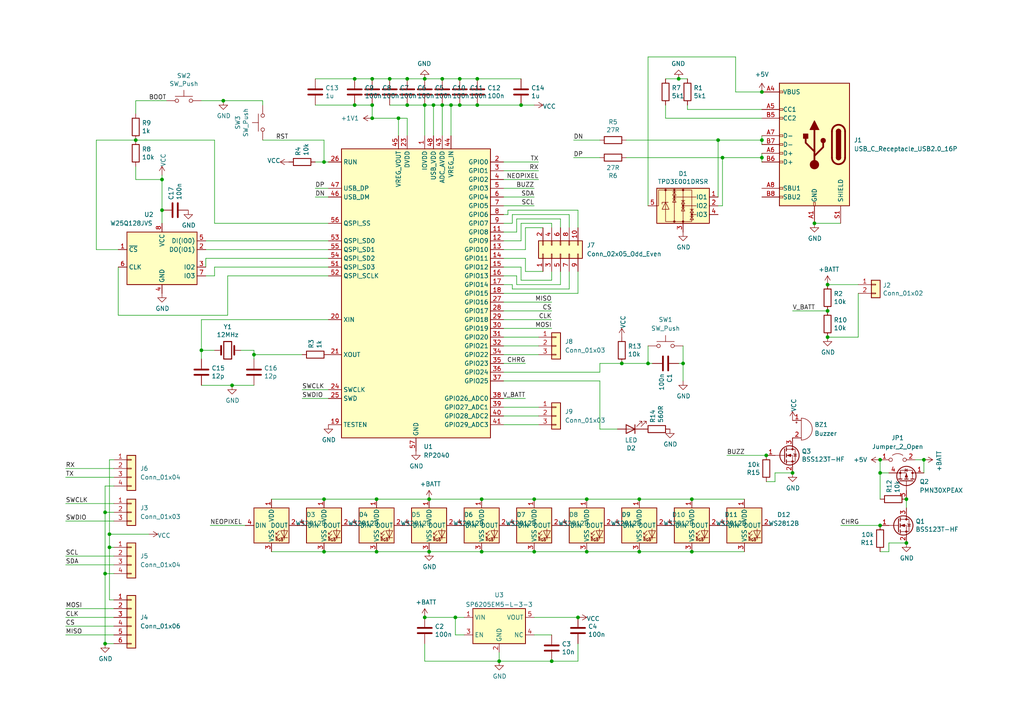
<source format=kicad_sch>
(kicad_sch (version 20230121) (generator eeschema)

  (uuid 4c88d864-5558-4972-998d-a249c51e3544)

  (paper "A4")

  

  (junction (at 128.27 22.86) (diameter 0) (color 0 0 0 0)
    (uuid 0263fffc-aa84-43c9-90b5-a78570243a52)
  )
  (junction (at 133.35 30.48) (diameter 0) (color 0 0 0 0)
    (uuid 042e8626-cb34-454e-a7d9-5fa7f1dbe1b4)
  )
  (junction (at 262.89 144.78) (diameter 0) (color 0 0 0 0)
    (uuid 0c8456f3-e132-44b3-82aa-c2dc2fe204dc)
  )
  (junction (at 107.95 34.29) (diameter 0) (color 0 0 0 0)
    (uuid 0e2eeb6c-919d-4dc8-a727-f53e544ed1bf)
  )
  (junction (at 208.28 40.64) (diameter 0) (color 0 0 0 0)
    (uuid 0fdc155f-c246-4f8a-89c6-f5bddcee78a8)
  )
  (junction (at 160.02 191.77) (diameter 0) (color 0 0 0 0)
    (uuid 148f9b03-8505-414e-bb0e-8f11a12a1ca7)
  )
  (junction (at 154.94 160.02) (diameter 0) (color 0 0 0 0)
    (uuid 178ff9b3-768c-488a-9453-15d9fdc65edd)
  )
  (junction (at 107.95 22.86) (diameter 0) (color 0 0 0 0)
    (uuid 1b11f12d-90f2-4138-82de-301e2536a9a0)
  )
  (junction (at 170.18 160.02) (diameter 0) (color 0 0 0 0)
    (uuid 1be9fe35-6c10-4423-ac63-779173f529f5)
  )
  (junction (at 151.13 30.48) (diameter 0) (color 0 0 0 0)
    (uuid 1d6d2487-8fde-4869-b3db-d50f8e0e0bc7)
  )
  (junction (at 144.78 191.77) (diameter 0) (color 0 0 0 0)
    (uuid 237cb4f1-7655-4abd-9875-b592f9e26303)
  )
  (junction (at 30.48 166.37) (diameter 0) (color 0 0 0 0)
    (uuid 254d8cad-090f-4650-951b-7844ae4933c1)
  )
  (junction (at 64.77 29.21) (diameter 0) (color 0 0 0 0)
    (uuid 27cbe558-6ebb-48c3-8ab7-b1cb0b6f2e1e)
  )
  (junction (at 113.03 22.86) (diameter 0) (color 0 0 0 0)
    (uuid 28786234-e97a-4d26-80e8-6fd8984b07d1)
  )
  (junction (at 102.87 22.86) (diameter 0) (color 0 0 0 0)
    (uuid 29d51d9f-031f-4f1c-afdd-209fc8c840eb)
  )
  (junction (at 123.19 30.48) (diameter 0) (color 0 0 0 0)
    (uuid 2ed13f5c-46e4-438f-8884-aeacaaec4255)
  )
  (junction (at 255.27 137.16) (diameter 0) (color 0 0 0 0)
    (uuid 30b441ce-13d9-4020-8ef8-5505b3d6ca5d)
  )
  (junction (at 30.48 186.69) (diameter 0) (color 0 0 0 0)
    (uuid 34828a5a-ac95-42c7-b75c-797609a553fe)
  )
  (junction (at 154.94 144.78) (diameter 0) (color 0 0 0 0)
    (uuid 394d09ad-a741-4b0c-896a-88d0b0730566)
  )
  (junction (at 46.99 60.96) (diameter 0) (color 0 0 0 0)
    (uuid 399114b8-5eee-453b-b76e-1fc4906a5279)
  )
  (junction (at 220.98 45.72) (diameter 0) (color 0 0 0 0)
    (uuid 3c28e88b-48c1-459b-b1e7-3048df8c3cf9)
  )
  (junction (at 220.98 26.67) (diameter 0) (color 0 0 0 0)
    (uuid 3c573af7-4622-4d13-9d44-9e0981f5086e)
  )
  (junction (at 107.95 30.48) (diameter 0) (color 0 0 0 0)
    (uuid 40fbeb9b-134b-4159-af20-7d9f8edbc9bf)
  )
  (junction (at 93.98 160.02) (diameter 0) (color 0 0 0 0)
    (uuid 415ac069-2a14-4749-bd9b-2dd19cc2e19b)
  )
  (junction (at 128.27 30.48) (diameter 0) (color 0 0 0 0)
    (uuid 494694ed-3441-4589-b737-7b726d50b5f9)
  )
  (junction (at 185.42 144.78) (diameter 0) (color 0 0 0 0)
    (uuid 4c70d87c-8bc8-41af-a404-06b3825b51eb)
  )
  (junction (at 93.98 144.78) (diameter 0) (color 0 0 0 0)
    (uuid 518e5a31-5072-4594-844b-2af58a7eb4d4)
  )
  (junction (at 222.25 132.08) (diameter 0) (color 0 0 0 0)
    (uuid 53b790c3-bac6-4bb5-8019-906a16248598)
  )
  (junction (at 30.48 148.59) (diameter 0) (color 0 0 0 0)
    (uuid 57c64974-080c-4c10-ba61-a57fd279b176)
  )
  (junction (at 170.18 144.78) (diameter 0) (color 0 0 0 0)
    (uuid 5bdd1a6e-4f71-43c8-b6eb-30779c73a1a6)
  )
  (junction (at 255.27 133.35) (diameter 0) (color 0 0 0 0)
    (uuid 6475c5d2-b896-42f0-9d0f-0d0d5839e310)
  )
  (junction (at 200.66 160.02) (diameter 0) (color 0 0 0 0)
    (uuid 6a3ad5be-0c57-44b1-8690-38eea017787d)
  )
  (junction (at 123.19 179.07) (diameter 0) (color 0 0 0 0)
    (uuid 73b9388d-23d0-44db-a5f7-328b1a437fa3)
  )
  (junction (at 46.99 52.07) (diameter 0) (color 0 0 0 0)
    (uuid 74981b9d-5770-427b-9a8c-fcc16e62a247)
  )
  (junction (at 102.87 30.48) (diameter 0) (color 0 0 0 0)
    (uuid 75a79cf1-2ab8-4b9c-86b9-abf41e5aeb49)
  )
  (junction (at 138.43 22.86) (diameter 0) (color 0 0 0 0)
    (uuid 75e19b87-5d9c-4ee6-887a-33770cc2ca52)
  )
  (junction (at 139.7 144.78) (diameter 0) (color 0 0 0 0)
    (uuid 7a6b8d88-0e13-4896-b84b-f04f3de7691b)
  )
  (junction (at 67.31 111.76) (diameter 0) (color 0 0 0 0)
    (uuid 7abc99c4-df04-47f2-869d-a872e4a96c9d)
  )
  (junction (at 109.22 160.02) (diameter 0) (color 0 0 0 0)
    (uuid 816b2bec-9ee3-4274-95b7-f2699dc99666)
  )
  (junction (at 31.75 158.75) (diameter 0) (color 0 0 0 0)
    (uuid 89147301-038a-4787-b37b-6d9b1c4f0427)
  )
  (junction (at 200.66 144.78) (diameter 0) (color 0 0 0 0)
    (uuid 8bd252e3-c32b-4f99-ae38-6a9bb70b26b2)
  )
  (junction (at 73.66 102.87) (diameter 0) (color 0 0 0 0)
    (uuid 8dc33b55-7628-4c65-8e02-e44410ce9cae)
  )
  (junction (at 130.81 30.48) (diameter 0) (color 0 0 0 0)
    (uuid 934325cb-fffc-4def-889b-f6e3a811de81)
  )
  (junction (at 240.03 90.17) (diameter 0) (color 0 0 0 0)
    (uuid 963f354f-c6bc-4e53-9a91-82f6fcfe8bb7)
  )
  (junction (at 39.37 40.64) (diameter 0) (color 0 0 0 0)
    (uuid 97143010-65ef-4ed2-9f9b-acf882c3049a)
  )
  (junction (at 124.46 144.78) (diameter 0) (color 0 0 0 0)
    (uuid 97ea599d-c1d6-499d-a0f4-845266d649f2)
  )
  (junction (at 125.73 30.48) (diameter 0) (color 0 0 0 0)
    (uuid 996848e5-18a4-40e8-9657-06b5e5311219)
  )
  (junction (at 31.75 154.94) (diameter 0) (color 0 0 0 0)
    (uuid 9bd060e7-e845-4f88-882b-d8e99fdc9b76)
  )
  (junction (at 229.87 137.16) (diameter 0) (color 0 0 0 0)
    (uuid 9cd2c007-d98a-4ba9-986c-6ad79bb82099)
  )
  (junction (at 133.35 22.86) (diameter 0) (color 0 0 0 0)
    (uuid a1c3a682-f16e-427b-bf9c-3158b637bd25)
  )
  (junction (at 58.42 101.6) (diameter 0) (color 0 0 0 0)
    (uuid a305f1b7-2504-4a64-a6a1-5fbf77f99061)
  )
  (junction (at 255.27 152.4) (diameter 0) (color 0 0 0 0)
    (uuid a5f3584a-940b-4d27-a1db-e29e9fe3b5f9)
  )
  (junction (at 138.43 30.48) (diameter 0) (color 0 0 0 0)
    (uuid a99ba151-e54f-4901-b5ee-4181bf4cc73d)
  )
  (junction (at 118.11 22.86) (diameter 0) (color 0 0 0 0)
    (uuid ae199abc-29ad-424e-8d3f-0822ab0c88f9)
  )
  (junction (at 220.98 40.64) (diameter 0) (color 0 0 0 0)
    (uuid b50e7ef6-37db-470c-9b78-4e3d31a076b7)
  )
  (junction (at 198.12 105.41) (diameter 0) (color 0 0 0 0)
    (uuid c1502598-1abb-4ba8-bdf6-dd1c1136fed7)
  )
  (junction (at 118.11 30.48) (diameter 0) (color 0 0 0 0)
    (uuid c31ef74f-84e4-4702-b3cb-0b6000f7e1eb)
  )
  (junction (at 267.97 133.35) (diameter 0) (color 0 0 0 0)
    (uuid c3f43e50-1dce-41d9-a583-cdc0987dc027)
  )
  (junction (at 139.7 160.02) (diameter 0) (color 0 0 0 0)
    (uuid c3fe9974-47ec-4070-952c-93a9b0de3ce8)
  )
  (junction (at 115.57 34.29) (diameter 0) (color 0 0 0 0)
    (uuid c8476031-2ae0-44d6-a5f9-0f511018c7c5)
  )
  (junction (at 109.22 144.78) (diameter 0) (color 0 0 0 0)
    (uuid c87887d0-5dbc-405f-9f57-c6bdc16bb1f9)
  )
  (junction (at 187.96 105.41) (diameter 0) (color 0 0 0 0)
    (uuid cad30f0c-f13f-437c-a15d-2546871d4562)
  )
  (junction (at 93.98 46.99) (diameter 0) (color 0 0 0 0)
    (uuid cb1a29d6-bca8-40b0-9431-2e65e4b52561)
  )
  (junction (at 185.42 160.02) (diameter 0) (color 0 0 0 0)
    (uuid d0d8968d-5199-48f1-a9a6-001b397b5579)
  )
  (junction (at 196.85 22.86) (diameter 0) (color 0 0 0 0)
    (uuid d0eac692-e770-4525-a79a-7041c7126f44)
  )
  (junction (at 236.22 64.77) (diameter 0) (color 0 0 0 0)
    (uuid d18e04e7-7507-466e-98ee-6077efcb4cc6)
  )
  (junction (at 180.34 105.41) (diameter 0) (color 0 0 0 0)
    (uuid d5b53d43-14cc-4b40-8527-32af02bf2052)
  )
  (junction (at 209.55 45.72) (diameter 0) (color 0 0 0 0)
    (uuid dda75549-0fa5-46cb-b4c1-1fd08dbc942a)
  )
  (junction (at 240.03 82.55) (diameter 0) (color 0 0 0 0)
    (uuid e8b41564-b0f3-4981-aa52-6c568aed28a6)
  )
  (junction (at 132.08 179.07) (diameter 0) (color 0 0 0 0)
    (uuid eb279dda-f8f2-4203-8713-4c28b9e31632)
  )
  (junction (at 123.19 22.86) (diameter 0) (color 0 0 0 0)
    (uuid ed95efb7-41da-4284-9032-8b6627ef7f38)
  )
  (junction (at 240.03 97.79) (diameter 0) (color 0 0 0 0)
    (uuid f22936a9-e234-4a3d-b0bf-1dd14ab29fdb)
  )
  (junction (at 167.64 179.07) (diameter 0) (color 0 0 0 0)
    (uuid f2f8f602-1d1b-4002-9b6b-4ba3e4b708ab)
  )
  (junction (at 124.46 160.02) (diameter 0) (color 0 0 0 0)
    (uuid f57e6859-7388-4d0d-b5c7-d36735f9960d)
  )
  (junction (at 262.89 157.48) (diameter 0) (color 0 0 0 0)
    (uuid fc82ad21-d1d4-47bf-87e0-6361b906e8d0)
  )

  (wire (pts (xy 160.02 81.28) (xy 160.02 78.74))
    (stroke (width 0) (type default))
    (uuid 01b51b6b-d5ec-4006-9e8c-7e6ba8faf99b)
  )
  (wire (pts (xy 208.28 40.64) (xy 220.98 40.64))
    (stroke (width 0) (type default))
    (uuid 01f697a8-bf59-46d2-b96d-c9dc40c2e768)
  )
  (wire (pts (xy 78.74 144.78) (xy 93.98 144.78))
    (stroke (width 0) (type default))
    (uuid 0523fb72-2956-49db-9afa-d19adeacab50)
  )
  (wire (pts (xy 73.66 111.76) (xy 67.31 111.76))
    (stroke (width 0) (type default))
    (uuid 074322bb-4f46-4751-9ad1-d51c86c14582)
  )
  (wire (pts (xy 149.86 82.55) (xy 162.56 82.55))
    (stroke (width 0) (type default))
    (uuid 0957992c-377a-4625-ae52-4019391867ab)
  )
  (wire (pts (xy 33.02 176.53) (xy 19.05 176.53))
    (stroke (width 0) (type default))
    (uuid 0a07bdec-ffea-4cf0-b5e2-68c94266554e)
  )
  (wire (pts (xy 118.11 30.48) (xy 123.19 30.48))
    (stroke (width 0) (type default))
    (uuid 0a3aeca7-8cef-4634-ad73-22c2533129b6)
  )
  (wire (pts (xy 149.86 67.31) (xy 146.05 67.31))
    (stroke (width 0) (type default))
    (uuid 0a7daf9f-a11c-4dcf-b577-fb0ae34201ca)
  )
  (wire (pts (xy 19.05 146.05) (xy 33.02 146.05))
    (stroke (width 0) (type default))
    (uuid 0af18949-1d34-436c-a01a-6f5d5cd0e77b)
  )
  (wire (pts (xy 146.05 115.57) (xy 152.4 115.57))
    (stroke (width 0) (type default))
    (uuid 0bbd16b3-e4ec-4284-b4b6-7fbf843980e8)
  )
  (wire (pts (xy 146.05 54.61) (xy 154.94 54.61))
    (stroke (width 0) (type default))
    (uuid 0cabcf7b-6cc7-4457-a5e0-7aff057b6cee)
  )
  (wire (pts (xy 187.96 59.69) (xy 187.96 16.51))
    (stroke (width 0) (type default))
    (uuid 0ecda265-b91d-40ad-8c4c-c1c7d8c55afe)
  )
  (wire (pts (xy 27.94 40.64) (xy 27.94 72.39))
    (stroke (width 0) (type default))
    (uuid 11ea3b68-3e08-4715-a9f4-c73c891f3a57)
  )
  (wire (pts (xy 46.99 60.96) (xy 46.99 64.77))
    (stroke (width 0) (type default))
    (uuid 12937f67-0bee-40ff-9cf0-26c10ad7de9f)
  )
  (wire (pts (xy 58.42 92.71) (xy 58.42 101.6))
    (stroke (width 0) (type default))
    (uuid 131b783f-4c03-4073-910d-be8be28dedc4)
  )
  (wire (pts (xy 27.94 72.39) (xy 34.29 72.39))
    (stroke (width 0) (type default))
    (uuid 13d89755-6d55-4ac6-ae8d-ec9db4808ff3)
  )
  (wire (pts (xy 33.02 140.97) (xy 30.48 140.97))
    (stroke (width 0) (type default))
    (uuid 1410a672-e58a-40be-bda2-35a1fea27e0a)
  )
  (wire (pts (xy 167.64 191.77) (xy 160.02 191.77))
    (stroke (width 0) (type default))
    (uuid 141f4b62-1527-460b-b6e6-394cec937830)
  )
  (wire (pts (xy 146.05 107.95) (xy 173.99 107.95))
    (stroke (width 0) (type default))
    (uuid 14914d1b-89bf-4db8-9ad2-7bb49fa96e98)
  )
  (wire (pts (xy 146.05 57.15) (xy 154.94 57.15))
    (stroke (width 0) (type default))
    (uuid 14c292cb-6680-4c24-a908-bf0a388eb610)
  )
  (wire (pts (xy 208.28 59.69) (xy 209.55 59.69))
    (stroke (width 0) (type default))
    (uuid 1531298e-1d48-4fd3-9b82-1087af01a332)
  )
  (wire (pts (xy 76.2 29.21) (xy 64.77 29.21))
    (stroke (width 0) (type default))
    (uuid 159b5947-f400-4f8e-92a6-cfb701222b8f)
  )
  (wire (pts (xy 87.63 113.03) (xy 95.25 113.03))
    (stroke (width 0) (type default))
    (uuid 15bb9ce9-bbc5-44bb-a342-a48b906bcdc2)
  )
  (wire (pts (xy 125.73 30.48) (xy 128.27 30.48))
    (stroke (width 0) (type default))
    (uuid 16d976c0-4846-40ef-8dc7-04fb0e3e09fe)
  )
  (wire (pts (xy 187.96 100.33) (xy 187.96 105.41))
    (stroke (width 0) (type default))
    (uuid 1761419b-2ef9-4697-b4be-3a012d45bba3)
  )
  (wire (pts (xy 33.02 158.75) (xy 31.75 158.75))
    (stroke (width 0) (type default))
    (uuid 177591c9-f6c9-4054-9b17-8a47aa26a15a)
  )
  (wire (pts (xy 34.29 91.44) (xy 34.29 77.47))
    (stroke (width 0) (type default))
    (uuid 181ed077-8633-4c96-937e-a2573ebe56f0)
  )
  (wire (pts (xy 196.85 22.86) (xy 199.39 22.86))
    (stroke (width 0) (type default))
    (uuid 18a49e5d-a964-44f2-8f9b-cf246b99a501)
  )
  (wire (pts (xy 154.94 144.78) (xy 170.18 144.78))
    (stroke (width 0) (type default))
    (uuid 19664768-7ef6-4476-a635-fcb0f4fde458)
  )
  (wire (pts (xy 229.87 90.17) (xy 240.03 90.17))
    (stroke (width 0) (type default))
    (uuid 19e79bdd-9301-4a52-bf42-0332bd535418)
  )
  (wire (pts (xy 160.02 66.04) (xy 160.02 64.77))
    (stroke (width 0) (type default))
    (uuid 1cc4d4dc-9656-4106-b08f-9a34b646e08f)
  )
  (wire (pts (xy 115.57 34.29) (xy 115.57 39.37))
    (stroke (width 0) (type default))
    (uuid 1d4b8ce3-8e5b-409a-8a93-c8fb90e1c8dd)
  )
  (wire (pts (xy 154.94 160.02) (xy 170.18 160.02))
    (stroke (width 0) (type default))
    (uuid 202b27ad-04c3-46ee-96d8-ca0e560e0b6f)
  )
  (wire (pts (xy 130.81 30.48) (xy 130.81 39.37))
    (stroke (width 0) (type default))
    (uuid 221a0a44-6881-4496-9052-dc2be8d78835)
  )
  (wire (pts (xy 91.44 57.15) (xy 95.25 57.15))
    (stroke (width 0) (type default))
    (uuid 24c3a056-3c9a-484d-930b-076dc1df7caa)
  )
  (wire (pts (xy 39.37 40.64) (xy 27.94 40.64))
    (stroke (width 0) (type default))
    (uuid 24c8c3f7-9d15-447f-bbe8-dd0b32d8633a)
  )
  (wire (pts (xy 93.98 46.99) (xy 95.25 46.99))
    (stroke (width 0) (type default))
    (uuid 2835ecc3-3814-4073-a9ef-e86d795f6fe3)
  )
  (wire (pts (xy 30.48 166.37) (xy 33.02 166.37))
    (stroke (width 0) (type default))
    (uuid 28d4df82-731d-401e-a263-cd94054ce987)
  )
  (wire (pts (xy 154.94 179.07) (xy 167.64 179.07))
    (stroke (width 0) (type default))
    (uuid 2a55fa5a-b8db-4c14-941d-f3aa99b5f2e5)
  )
  (wire (pts (xy 19.05 151.13) (xy 33.02 151.13))
    (stroke (width 0) (type default))
    (uuid 2ba8e723-7bd9-4a7d-89c4-7ad82105a6d6)
  )
  (wire (pts (xy 91.44 46.99) (xy 93.98 46.99))
    (stroke (width 0) (type default))
    (uuid 2d1ae70b-4790-48be-969d-33760eac9ab7)
  )
  (wire (pts (xy 220.98 44.45) (xy 220.98 45.72))
    (stroke (width 0) (type default))
    (uuid 2deee22d-fca6-4226-8a48-f437d3895ca5)
  )
  (wire (pts (xy 170.18 144.78) (xy 185.42 144.78))
    (stroke (width 0) (type default))
    (uuid 2e07a3d4-19ae-402b-940d-f89ba7c9eec6)
  )
  (wire (pts (xy 124.46 160.02) (xy 139.7 160.02))
    (stroke (width 0) (type default))
    (uuid 2f64bc93-c037-4a64-8986-d2fef709b4fc)
  )
  (wire (pts (xy 62.23 77.47) (xy 95.25 77.47))
    (stroke (width 0) (type default))
    (uuid 3003448e-0b34-4e29-9b92-7fce43055d7c)
  )
  (wire (pts (xy 151.13 81.28) (xy 160.02 81.28))
    (stroke (width 0) (type default))
    (uuid 3198142a-1c1d-4ac1-814e-47f0363b6c88)
  )
  (wire (pts (xy 115.57 34.29) (xy 107.95 34.29))
    (stroke (width 0) (type default))
    (uuid 32115fe4-a645-402d-8fab-a0a73025a001)
  )
  (wire (pts (xy 144.78 191.77) (xy 160.02 191.77))
    (stroke (width 0) (type default))
    (uuid 3277311b-92b6-4151-bc3f-350f40c78532)
  )
  (wire (pts (xy 162.56 66.04) (xy 162.56 63.5))
    (stroke (width 0) (type default))
    (uuid 333ffd2f-e611-44e7-bd6b-f67fa3bab926)
  )
  (wire (pts (xy 107.95 22.86) (xy 113.03 22.86))
    (stroke (width 0) (type default))
    (uuid 35c90167-6fe0-4a15-b172-4ba13bce7b91)
  )
  (wire (pts (xy 240.03 82.55) (xy 248.92 82.55))
    (stroke (width 0) (type default))
    (uuid 36b146c1-5aa4-4e71-bac0-c0cd505a484e)
  )
  (wire (pts (xy 123.19 186.69) (xy 123.19 191.77))
    (stroke (width 0) (type default))
    (uuid 36e7a337-53e7-4203-8df8-1db8b276a228)
  )
  (wire (pts (xy 213.36 16.51) (xy 213.36 26.67))
    (stroke (width 0) (type default))
    (uuid 3707da9b-6d8a-4901-9534-27cd10cedaae)
  )
  (wire (pts (xy 123.19 22.86) (xy 128.27 22.86))
    (stroke (width 0) (type default))
    (uuid 382fb71a-6cd8-4e2b-9649-a733491e8864)
  )
  (wire (pts (xy 193.04 22.86) (xy 196.85 22.86))
    (stroke (width 0) (type default))
    (uuid 38ff2310-5b85-4574-ad0b-00c46542357a)
  )
  (wire (pts (xy 173.99 107.95) (xy 173.99 105.41))
    (stroke (width 0) (type default))
    (uuid 3a11987b-0fef-45de-8721-828f3ba7c15b)
  )
  (wire (pts (xy 255.27 160.02) (xy 257.81 160.02))
    (stroke (width 0) (type default))
    (uuid 3a237afb-744a-4839-b75f-90cee7c901fe)
  )
  (wire (pts (xy 73.66 102.87) (xy 87.63 102.87))
    (stroke (width 0) (type default))
    (uuid 3a86727d-bf1c-4748-89df-dfbb1aa14488)
  )
  (wire (pts (xy 118.11 34.29) (xy 115.57 34.29))
    (stroke (width 0) (type default))
    (uuid 3add5550-dea4-4822-bffb-40d00361a883)
  )
  (wire (pts (xy 31.75 158.75) (xy 31.75 154.94))
    (stroke (width 0) (type default))
    (uuid 3aedb80e-b110-4fa8-a2c7-2a1bc9c90974)
  )
  (wire (pts (xy 62.23 40.64) (xy 39.37 40.64))
    (stroke (width 0) (type default))
    (uuid 3c37167a-61d5-462c-997b-11a48b855654)
  )
  (wire (pts (xy 147.32 60.96) (xy 147.32 62.23))
    (stroke (width 0) (type default))
    (uuid 3c430c39-1247-484c-ae02-651dcb81076b)
  )
  (wire (pts (xy 146.05 97.79) (xy 156.21 97.79))
    (stroke (width 0) (type default))
    (uuid 3cd8d527-9e6d-4d69-b063-5e07aeb44033)
  )
  (wire (pts (xy 73.66 104.14) (xy 73.66 102.87))
    (stroke (width 0) (type default))
    (uuid 3d5f09ce-bea6-415d-9edb-e9963f55e0d1)
  )
  (wire (pts (xy 95.25 64.77) (xy 62.23 64.77))
    (stroke (width 0) (type default))
    (uuid 3eb23f59-65c3-42bd-b63c-036acfc6ba2a)
  )
  (wire (pts (xy 255.27 133.35) (xy 255.27 137.16))
    (stroke (width 0) (type default))
    (uuid 3faf636f-c0fd-4394-8d16-30f4a43523ba)
  )
  (wire (pts (xy 151.13 77.47) (xy 151.13 81.28))
    (stroke (width 0) (type default))
    (uuid 424a45c7-586d-4003-bca8-71909b01aff6)
  )
  (wire (pts (xy 95.25 80.01) (xy 66.04 80.01))
    (stroke (width 0) (type default))
    (uuid 4374f031-90b0-4e36-b0e3-f77cd436af67)
  )
  (wire (pts (xy 128.27 22.86) (xy 133.35 22.86))
    (stroke (width 0) (type default))
    (uuid 43a819a2-b50c-4755-bd78-3165f2bcb764)
  )
  (wire (pts (xy 19.05 138.43) (xy 33.02 138.43))
    (stroke (width 0) (type default))
    (uuid 43f41aa5-5656-4c2c-bf0e-e0118f46b507)
  )
  (wire (pts (xy 222.25 139.7) (xy 224.79 139.7))
    (stroke (width 0) (type default))
    (uuid 4811b806-5353-4370-8a94-dcb3aa11a440)
  )
  (wire (pts (xy 73.66 102.87) (xy 73.66 101.6))
    (stroke (width 0) (type default))
    (uuid 4933edae-add5-433c-9ea9-ac5aee24a787)
  )
  (wire (pts (xy 146.05 118.11) (xy 156.21 118.11))
    (stroke (width 0) (type default))
    (uuid 496b9b02-f4c5-41aa-af3a-4f3a4c05ed4d)
  )
  (wire (pts (xy 139.7 144.78) (xy 154.94 144.78))
    (stroke (width 0) (type default))
    (uuid 4b40b711-4dad-48fe-b1a4-9d4229f694de)
  )
  (wire (pts (xy 165.1 83.82) (xy 165.1 78.74))
    (stroke (width 0) (type default))
    (uuid 4bb31015-fb41-4481-ac2e-9e0c39e018f0)
  )
  (wire (pts (xy 210.82 132.08) (xy 222.25 132.08))
    (stroke (width 0) (type default))
    (uuid 4c3fc4b2-46f7-4b7a-9443-1462485b341a)
  )
  (wire (pts (xy 58.42 101.6) (xy 58.42 104.14))
    (stroke (width 0) (type default))
    (uuid 4c7ad6b3-5093-4ca4-9ac6-78f64e0f975f)
  )
  (wire (pts (xy 146.05 105.41) (xy 152.4 105.41))
    (stroke (width 0) (type default))
    (uuid 4cea97ae-5a0c-477f-be8d-98610d1f92b1)
  )
  (wire (pts (xy 149.86 80.01) (xy 149.86 82.55))
    (stroke (width 0) (type default))
    (uuid 4d208c29-ddc1-4eea-a43f-1d412eb57649)
  )
  (wire (pts (xy 181.61 45.72) (xy 209.55 45.72))
    (stroke (width 0) (type default))
    (uuid 4d9f0dc6-6d9c-4634-93b2-bb64858af5c6)
  )
  (wire (pts (xy 102.87 30.48) (xy 107.95 30.48))
    (stroke (width 0) (type default))
    (uuid 4db6be8d-da62-4e0c-9c8a-ff8733965805)
  )
  (wire (pts (xy 39.37 33.02) (xy 39.37 29.21))
    (stroke (width 0) (type default))
    (uuid 4e56183a-12f8-437b-923c-abcd03d83763)
  )
  (wire (pts (xy 64.77 29.21) (xy 58.42 29.21))
    (stroke (width 0) (type default))
    (uuid 4eb338c0-8b7e-4da9-bd59-aa331f0aec76)
  )
  (wire (pts (xy 93.98 46.99) (xy 93.98 40.64))
    (stroke (width 0) (type default))
    (uuid 4ebbf3b0-2138-4be1-ba46-d36a502a6bf8)
  )
  (wire (pts (xy 148.59 62.23) (xy 165.1 62.23))
    (stroke (width 0) (type default))
    (uuid 50cdc9a3-c285-4532-96a8-c38c2d748fae)
  )
  (wire (pts (xy 146.05 87.63) (xy 160.02 87.63))
    (stroke (width 0) (type default))
    (uuid 517b9313-2384-4aed-a657-5450f7cad443)
  )
  (wire (pts (xy 78.74 160.02) (xy 93.98 160.02))
    (stroke (width 0) (type default))
    (uuid 518a125d-75f7-45ac-b527-ff39fa014654)
  )
  (wire (pts (xy 166.37 45.72) (xy 173.99 45.72))
    (stroke (width 0) (type default))
    (uuid 529c9a5e-c419-48ff-afdf-a85547426d80)
  )
  (wire (pts (xy 138.43 30.48) (xy 151.13 30.48))
    (stroke (width 0) (type default))
    (uuid 52d3268f-dae7-42fe-b425-a9305b03c40a)
  )
  (wire (pts (xy 109.22 144.78) (xy 124.46 144.78))
    (stroke (width 0) (type default))
    (uuid 53279741-7c15-4905-8bb5-5a40893feb7f)
  )
  (wire (pts (xy 185.42 160.02) (xy 200.66 160.02))
    (stroke (width 0) (type default))
    (uuid 540d27ea-ba65-45bf-b301-1531c131b513)
  )
  (wire (pts (xy 173.99 105.41) (xy 180.34 105.41))
    (stroke (width 0) (type default))
    (uuid 5a2e18fa-ffb8-4135-8a5f-4db071195979)
  )
  (wire (pts (xy 33.02 179.07) (xy 19.05 179.07))
    (stroke (width 0) (type default))
    (uuid 5bba0849-30f7-4b53-b2f8-13dfeb644b4a)
  )
  (wire (pts (xy 19.05 135.89) (xy 33.02 135.89))
    (stroke (width 0) (type default))
    (uuid 5be8687e-a72e-45ab-89dd-bc327b7fd876)
  )
  (wire (pts (xy 33.02 184.15) (xy 19.05 184.15))
    (stroke (width 0) (type default))
    (uuid 5c64902e-88db-425d-afff-73aefc6c9571)
  )
  (wire (pts (xy 128.27 30.48) (xy 128.27 39.37))
    (stroke (width 0) (type default))
    (uuid 5eee73ea-e024-4e8c-a2c7-da6ec12d53ac)
  )
  (wire (pts (xy 162.56 82.55) (xy 162.56 78.74))
    (stroke (width 0) (type default))
    (uuid 5f2deed9-e457-4f0a-9df4-2251606ae08e)
  )
  (wire (pts (xy 148.59 64.77) (xy 148.59 62.23))
    (stroke (width 0) (type default))
    (uuid 66248c53-65df-4b26-b5dc-5563a96a6611)
  )
  (wire (pts (xy 132.08 179.07) (xy 134.62 179.07))
    (stroke (width 0) (type default))
    (uuid 66538174-1636-4857-af3c-ca33eaffefc6)
  )
  (wire (pts (xy 267.97 133.35) (xy 267.97 137.16))
    (stroke (width 0) (type default))
    (uuid 673ddec9-51db-4801-9fc1-dab1d001650d)
  )
  (wire (pts (xy 220.98 34.29) (xy 193.04 34.29))
    (stroke (width 0) (type default))
    (uuid 676fea33-74df-4f38-9a3b-2ca75887588b)
  )
  (wire (pts (xy 152.4 66.04) (xy 157.48 66.04))
    (stroke (width 0) (type default))
    (uuid 67cd46a1-9a90-405e-8013-24b24330deb1)
  )
  (wire (pts (xy 31.75 154.94) (xy 43.18 154.94))
    (stroke (width 0) (type default))
    (uuid 687713f9-7197-40fa-bb00-99b3f0f4ea1f)
  )
  (wire (pts (xy 187.96 105.41) (xy 189.23 105.41))
    (stroke (width 0) (type default))
    (uuid 6fb19f5e-4af2-49b2-9a7b-d48d8bd2071c)
  )
  (wire (pts (xy 130.81 30.48) (xy 133.35 30.48))
    (stroke (width 0) (type default))
    (uuid 70363dc6-d97d-4593-9e81-474d02cec029)
  )
  (wire (pts (xy 30.48 186.69) (xy 33.02 186.69))
    (stroke (width 0) (type default))
    (uuid 713939a2-c595-4fbd-b66b-656ef49d0f7f)
  )
  (wire (pts (xy 87.63 115.57) (xy 95.25 115.57))
    (stroke (width 0) (type default))
    (uuid 726504ab-9781-42c8-9ef9-3f484756b2f4)
  )
  (wire (pts (xy 31.75 133.35) (xy 31.75 154.94))
    (stroke (width 0) (type default))
    (uuid 72847b78-1486-4333-9971-f7a3f06410f2)
  )
  (wire (pts (xy 248.92 97.79) (xy 240.03 97.79))
    (stroke (width 0) (type default))
    (uuid 732a6048-2817-42af-94ef-bb48adcd693c)
  )
  (wire (pts (xy 193.04 34.29) (xy 193.04 30.48))
    (stroke (width 0) (type default))
    (uuid 73e235d5-dede-4cbc-8f48-5f8c886999b1)
  )
  (wire (pts (xy 139.7 160.02) (xy 154.94 160.02))
    (stroke (width 0) (type default))
    (uuid 7495148e-e29b-4614-8091-a2496b6d892c)
  )
  (wire (pts (xy 146.05 123.19) (xy 156.21 123.19))
    (stroke (width 0) (type default))
    (uuid 74e8abb7-9337-45cc-8e89-465a8f70fb96)
  )
  (wire (pts (xy 95.25 92.71) (xy 58.42 92.71))
    (stroke (width 0) (type default))
    (uuid 75a2458b-539d-4e47-880d-a626c95ae822)
  )
  (wire (pts (xy 151.13 64.77) (xy 151.13 69.85))
    (stroke (width 0) (type default))
    (uuid 75f1292a-2917-4b2f-9285-a930e910523e)
  )
  (wire (pts (xy 213.36 26.67) (xy 220.98 26.67))
    (stroke (width 0) (type default))
    (uuid 77fd5342-944c-4b08-b162-8de6bf191691)
  )
  (wire (pts (xy 39.37 29.21) (xy 48.26 29.21))
    (stroke (width 0) (type default))
    (uuid 78b7a6d5-6db8-413f-a90c-d10be6799616)
  )
  (wire (pts (xy 208.28 40.64) (xy 208.28 57.15))
    (stroke (width 0) (type default))
    (uuid 7935794b-7d8a-4d8f-a98b-8533543235f7)
  )
  (wire (pts (xy 133.35 22.86) (xy 138.43 22.86))
    (stroke (width 0) (type default))
    (uuid 79bdfc6d-2b08-4575-87d2-3fa4b94ce358)
  )
  (wire (pts (xy 146.05 100.33) (xy 156.21 100.33))
    (stroke (width 0) (type default))
    (uuid 7c5231f4-5b95-4a04-a9bb-27170d85d23b)
  )
  (wire (pts (xy 209.55 59.69) (xy 209.55 45.72))
    (stroke (width 0) (type default))
    (uuid 7cde2fe4-3845-4ada-94f7-a8fd6bba5375)
  )
  (wire (pts (xy 46.99 52.07) (xy 46.99 60.96))
    (stroke (width 0) (type default))
    (uuid 7e04cd1a-bfe5-4def-adf1-776abcb10df8)
  )
  (wire (pts (xy 19.05 161.29) (xy 33.02 161.29))
    (stroke (width 0) (type default))
    (uuid 7eb83c2d-8486-4c4b-b5de-fed065b68904)
  )
  (wire (pts (xy 257.81 157.48) (xy 262.89 157.48))
    (stroke (width 0) (type default))
    (uuid 82c82e36-d874-48f9-a6e8-a26bc8922df0)
  )
  (wire (pts (xy 185.42 144.78) (xy 200.66 144.78))
    (stroke (width 0) (type default))
    (uuid 83736b09-7e91-4dbf-8915-e57519bd2022)
  )
  (wire (pts (xy 123.19 30.48) (xy 125.73 30.48))
    (stroke (width 0) (type default))
    (uuid 841c6d25-1136-4ca1-9dc7-8d87ae4f24d3)
  )
  (wire (pts (xy 123.19 30.48) (xy 123.19 39.37))
    (stroke (width 0) (type default))
    (uuid 8495a814-35eb-4c93-ae9a-0bced694617a)
  )
  (wire (pts (xy 146.05 72.39) (xy 152.4 72.39))
    (stroke (width 0) (type default))
    (uuid 8563d2c0-5548-4489-b40b-8b855bd5b358)
  )
  (wire (pts (xy 265.43 133.35) (xy 267.97 133.35))
    (stroke (width 0) (type default))
    (uuid 86510415-8370-4a22-b041-27d7c5d758e4)
  )
  (wire (pts (xy 173.99 110.49) (xy 146.05 110.49))
    (stroke (width 0) (type default))
    (uuid 86b6f9ae-8f72-466a-ae25-ed0ddde44c29)
  )
  (wire (pts (xy 187.96 16.51) (xy 213.36 16.51))
    (stroke (width 0) (type default))
    (uuid 881748ea-4b8a-4ca7-888a-d4a2e384fb69)
  )
  (wire (pts (xy 46.99 50.8) (xy 46.99 52.07))
    (stroke (width 0) (type default))
    (uuid 88a93522-760d-496e-8294-2918822b4fcf)
  )
  (wire (pts (xy 123.19 191.77) (xy 144.78 191.77))
    (stroke (width 0) (type default))
    (uuid 8ae2af64-a910-4716-a865-dede4ec11ad7)
  )
  (wire (pts (xy 146.05 64.77) (xy 148.59 64.77))
    (stroke (width 0) (type default))
    (uuid 8b2b2c49-7000-4bb8-8cc3-a7d3a279db4d)
  )
  (wire (pts (xy 181.61 40.64) (xy 208.28 40.64))
    (stroke (width 0) (type default))
    (uuid 8dca5e84-ec6b-490e-9100-fc0287c0fe7d)
  )
  (wire (pts (xy 91.44 30.48) (xy 102.87 30.48))
    (stroke (width 0) (type default))
    (uuid 92ac5add-08d9-4cb3-b54f-89088c51d93e)
  )
  (wire (pts (xy 170.18 160.02) (xy 185.42 160.02))
    (stroke (width 0) (type default))
    (uuid 93736741-5673-4833-a924-bf8cd96a1189)
  )
  (wire (pts (xy 33.02 148.59) (xy 30.48 148.59))
    (stroke (width 0) (type default))
    (uuid 9401ae52-54a7-4465-bc80-de0925a32e09)
  )
  (wire (pts (xy 209.55 45.72) (xy 220.98 45.72))
    (stroke (width 0) (type default))
    (uuid 9450e2e4-7c93-47e4-b758-38a9cc8adcb4)
  )
  (wire (pts (xy 31.75 173.99) (xy 33.02 173.99))
    (stroke (width 0) (type default))
    (uuid 960987fd-9300-46b3-a3d2-b7aaa340965c)
  )
  (wire (pts (xy 132.08 184.15) (xy 132.08 179.07))
    (stroke (width 0) (type default))
    (uuid 97f5f69b-f13f-4264-a8e9-f0b68f0c684f)
  )
  (wire (pts (xy 173.99 124.46) (xy 173.99 110.49))
    (stroke (width 0) (type default))
    (uuid 99f2a6f6-2aea-4619-a3ad-f69f53399428)
  )
  (wire (pts (xy 152.4 74.93) (xy 152.4 78.74))
    (stroke (width 0) (type default))
    (uuid 9a4ed9b7-72ea-4498-a597-55b418af4208)
  )
  (wire (pts (xy 62.23 101.6) (xy 58.42 101.6))
    (stroke (width 0) (type default))
    (uuid 9a66633c-aedf-483c-bc92-82a2f7806dbe)
  )
  (wire (pts (xy 59.69 74.93) (xy 59.69 77.47))
    (stroke (width 0) (type default))
    (uuid 9dcd168d-6cf1-4331-852f-ea65011960ee)
  )
  (wire (pts (xy 148.59 82.55) (xy 148.59 83.82))
    (stroke (width 0) (type default))
    (uuid 9e183997-0e1f-4bc3-b5bf-9b7963095ed5)
  )
  (wire (pts (xy 146.05 52.07) (xy 156.21 52.07))
    (stroke (width 0) (type default))
    (uuid 9ebce3c4-cdc7-4191-9fc9-38488635e2f8)
  )
  (wire (pts (xy 118.11 39.37) (xy 118.11 34.29))
    (stroke (width 0) (type default))
    (uuid 9ff478d8-d115-4ff1-94c0-f7d5c4255d2b)
  )
  (wire (pts (xy 146.05 90.17) (xy 160.02 90.17))
    (stroke (width 0) (type default))
    (uuid a2243307-278e-47db-a4df-7995a81c8221)
  )
  (wire (pts (xy 146.05 49.53) (xy 156.21 49.53))
    (stroke (width 0) (type default))
    (uuid a31835c0-7bda-4cc3-8e7b-103131554c10)
  )
  (wire (pts (xy 113.03 30.48) (xy 118.11 30.48))
    (stroke (width 0) (type default))
    (uuid a33e4d48-98bd-4207-9784-0f26c97c6d06)
  )
  (wire (pts (xy 59.69 80.01) (xy 62.23 80.01))
    (stroke (width 0) (type default))
    (uuid a356ed0a-d54c-47fc-a3be-ad34d33717aa)
  )
  (wire (pts (xy 66.04 80.01) (xy 66.04 91.44))
    (stroke (width 0) (type default))
    (uuid a3a3b97d-ab3e-4ed0-9b80-e21dd2622782)
  )
  (wire (pts (xy 144.78 189.23) (xy 144.78 191.77))
    (stroke (width 0) (type default))
    (uuid a4a6dbf2-7e71-4e00-83c2-5a0bc10f98e2)
  )
  (wire (pts (xy 149.86 63.5) (xy 149.86 67.31))
    (stroke (width 0) (type default))
    (uuid a4cbf2cb-4a6e-402f-be10-1e6de57f6d9c)
  )
  (wire (pts (xy 151.13 30.48) (xy 154.94 30.48))
    (stroke (width 0) (type default))
    (uuid a5913b58-069e-4482-917b-c91c3d603f07)
  )
  (wire (pts (xy 167.64 66.04) (xy 167.64 60.96))
    (stroke (width 0) (type default))
    (uuid a832b6c7-e561-4170-b76b-226e2a16066a)
  )
  (wire (pts (xy 255.27 144.78) (xy 255.27 137.16))
    (stroke (width 0) (type default))
    (uuid aaa3b0ae-1b52-4734-93a8-7df34f114461)
  )
  (wire (pts (xy 198.12 105.41) (xy 198.12 110.49))
    (stroke (width 0) (type default))
    (uuid af6f6a0d-a07f-481d-8f3a-779870c8e48d)
  )
  (wire (pts (xy 146.05 92.71) (xy 160.02 92.71))
    (stroke (width 0) (type default))
    (uuid afb0b8cf-20d0-4c4a-9a28-d0c0d2feabce)
  )
  (wire (pts (xy 102.87 22.86) (xy 107.95 22.86))
    (stroke (width 0) (type default))
    (uuid b1884455-e838-4040-9d8b-03576434fbd2)
  )
  (wire (pts (xy 200.66 144.78) (xy 215.9 144.78))
    (stroke (width 0) (type default))
    (uuid b1bb5a9f-e6bc-4e55-9645-7ce4daab18bf)
  )
  (wire (pts (xy 236.22 64.77) (xy 243.84 64.77))
    (stroke (width 0) (type default))
    (uuid b206677c-a132-44cb-a72e-d513dd3a6904)
  )
  (wire (pts (xy 167.64 60.96) (xy 147.32 60.96))
    (stroke (width 0) (type default))
    (uuid b20d420b-9e79-44f5-93d4-1f4eaf2762cb)
  )
  (wire (pts (xy 146.05 95.25) (xy 160.02 95.25))
    (stroke (width 0) (type default))
    (uuid b25cbe46-9b3d-4710-aa35-1011a3a11c7d)
  )
  (wire (pts (xy 199.39 30.48) (xy 199.39 31.75))
    (stroke (width 0) (type default))
    (uuid b54db5b2-76d9-40e1-b32f-5a36f1a71082)
  )
  (wire (pts (xy 255.27 137.16) (xy 257.81 137.16))
    (stroke (width 0) (type default))
    (uuid b56ebb1c-4692-4ca8-a9f7-86eb516d1f16)
  )
  (wire (pts (xy 76.2 30.48) (xy 76.2 29.21))
    (stroke (width 0) (type default))
    (uuid b7b2863f-30c4-4e04-ba51-93a9da0694c1)
  )
  (wire (pts (xy 128.27 30.48) (xy 130.81 30.48))
    (stroke (width 0) (type default))
    (uuid b7dbf84b-c4db-4b3a-845c-56f42776ea7e)
  )
  (wire (pts (xy 39.37 48.26) (xy 39.37 52.07))
    (stroke (width 0) (type default))
    (uuid b88bd972-8a21-4731-ab04-1263732e374b)
  )
  (wire (pts (xy 198.12 100.33) (xy 198.12 105.41))
    (stroke (width 0) (type default))
    (uuid b9c2fd4c-93e2-4279-913b-4d21e7cda25d)
  )
  (wire (pts (xy 180.34 105.41) (xy 187.96 105.41))
    (stroke (width 0) (type default))
    (uuid ba017c4e-6785-4e9d-bf28-61465d3475ab)
  )
  (wire (pts (xy 146.05 80.01) (xy 149.86 80.01))
    (stroke (width 0) (type default))
    (uuid bb854199-bdbc-4d15-a6b8-37d8fda7d2c1)
  )
  (wire (pts (xy 134.62 184.15) (xy 132.08 184.15))
    (stroke (width 0) (type default))
    (uuid be38be07-418b-4099-97b9-f0deaf0751c8)
  )
  (wire (pts (xy 113.03 22.86) (xy 118.11 22.86))
    (stroke (width 0) (type default))
    (uuid bef7514c-c6ac-4be8-9a01-06e51a23b952)
  )
  (wire (pts (xy 91.44 54.61) (xy 95.25 54.61))
    (stroke (width 0) (type default))
    (uuid bfcbfdac-e358-41ae-abec-f6158777856b)
  )
  (wire (pts (xy 179.07 124.46) (xy 173.99 124.46))
    (stroke (width 0) (type default))
    (uuid c03bd30b-245c-4d3d-bf95-1da4f7ede0e9)
  )
  (wire (pts (xy 30.48 148.59) (xy 30.48 166.37))
    (stroke (width 0) (type default))
    (uuid c2847809-6ec2-4138-9a49-d5b2561e10c4)
  )
  (wire (pts (xy 71.12 152.4) (xy 60.96 152.4))
    (stroke (width 0) (type default))
    (uuid c2a068a2-3ca5-402d-a09d-287d99bdb0a9)
  )
  (wire (pts (xy 124.46 144.78) (xy 139.7 144.78))
    (stroke (width 0) (type default))
    (uuid c3133068-2716-4f69-b627-282fcf8524d8)
  )
  (wire (pts (xy 91.44 22.86) (xy 102.87 22.86))
    (stroke (width 0) (type default))
    (uuid c4ff470f-537e-4ee3-be1b-4948fd3be533)
  )
  (wire (pts (xy 196.85 105.41) (xy 198.12 105.41))
    (stroke (width 0) (type default))
    (uuid c5a03c56-4083-461d-a2f9-6557519d114b)
  )
  (wire (pts (xy 220.98 39.37) (xy 220.98 40.64))
    (stroke (width 0) (type default))
    (uuid c5c501f6-e84b-480e-8f3d-a77ca859f8a2)
  )
  (wire (pts (xy 67.31 111.76) (xy 58.42 111.76))
    (stroke (width 0) (type default))
    (uuid c75376e1-6401-4ec2-a2a9-acf932c25e5b)
  )
  (wire (pts (xy 30.48 166.37) (xy 30.48 186.69))
    (stroke (width 0) (type default))
    (uuid c8f710ca-b914-44da-8372-2946335cef5a)
  )
  (wire (pts (xy 146.05 59.69) (xy 154.94 59.69))
    (stroke (width 0) (type default))
    (uuid c99a3503-e50c-4d58-a719-8113f338819b)
  )
  (wire (pts (xy 133.35 30.48) (xy 138.43 30.48))
    (stroke (width 0) (type default))
    (uuid caa794c7-c5fc-48b3-b643-13b7fe0f0e6d)
  )
  (wire (pts (xy 165.1 62.23) (xy 165.1 66.04))
    (stroke (width 0) (type default))
    (uuid cd18d9e7-ed3b-46fd-be23-a7b03aa07055)
  )
  (wire (pts (xy 262.89 144.78) (xy 262.89 147.32))
    (stroke (width 0) (type default))
    (uuid cf1b8ee9-2af1-4adb-bfcf-af04b2e383af)
  )
  (wire (pts (xy 62.23 80.01) (xy 62.23 77.47))
    (stroke (width 0) (type default))
    (uuid d02b6b67-93b4-4a8c-bd4c-8b96d8c8e46a)
  )
  (wire (pts (xy 76.2 40.64) (xy 93.98 40.64))
    (stroke (width 0) (type default))
    (uuid d042efa4-3381-4e41-949e-5b7534443b9b)
  )
  (wire (pts (xy 146.05 77.47) (xy 151.13 77.47))
    (stroke (width 0) (type default))
    (uuid d077f3e4-cc39-4cfc-ae80-ec285d61b388)
  )
  (wire (pts (xy 152.4 78.74) (xy 157.48 78.74))
    (stroke (width 0) (type default))
    (uuid d464d10f-b3a0-42e0-a71e-16e4f56d42f5)
  )
  (wire (pts (xy 224.79 139.7) (xy 224.79 137.16))
    (stroke (width 0) (type default))
    (uuid d4a1379e-a3b3-488b-bbae-2b71c5bc6707)
  )
  (wire (pts (xy 147.32 62.23) (xy 146.05 62.23))
    (stroke (width 0) (type default))
    (uuid d7f78aec-83bd-4038-94f6-2856bce8a9cf)
  )
  (wire (pts (xy 152.4 72.39) (xy 152.4 66.04))
    (stroke (width 0) (type default))
    (uuid da2440f0-eb4f-4877-8bd1-7671f71c67f9)
  )
  (wire (pts (xy 243.84 152.4) (xy 255.27 152.4))
    (stroke (width 0) (type default))
    (uuid db665181-9fb1-4560-bfac-8f56a008c20f)
  )
  (wire (pts (xy 59.69 72.39) (xy 95.25 72.39))
    (stroke (width 0) (type default))
    (uuid dbbc11b5-cb0e-444e-8a29-0682880cb35f)
  )
  (wire (pts (xy 167.64 85.09) (xy 167.64 78.74))
    (stroke (width 0) (type default))
    (uuid dce0db8b-ea09-4e3a-a384-bb2a07054e4a)
  )
  (wire (pts (xy 30.48 140.97) (xy 30.48 148.59))
    (stroke (width 0) (type default))
    (uuid dd82bf2c-5725-472e-bfd0-bad071d5ee2b)
  )
  (wire (pts (xy 146.05 120.65) (xy 156.21 120.65))
    (stroke (width 0) (type default))
    (uuid debd5c21-142d-4764-a71d-12df8ac904c2)
  )
  (wire (pts (xy 109.22 160.02) (xy 124.46 160.02))
    (stroke (width 0) (type default))
    (uuid e0628def-ba93-4ba0-8553-5f8de932726d)
  )
  (wire (pts (xy 33.02 181.61) (xy 19.05 181.61))
    (stroke (width 0) (type default))
    (uuid e13394ac-b817-4487-848e-daf674f6efaf)
  )
  (wire (pts (xy 33.02 133.35) (xy 31.75 133.35))
    (stroke (width 0) (type default))
    (uuid e1cdafd8-739a-4be7-bc43-85a1e1704371)
  )
  (wire (pts (xy 19.05 163.83) (xy 33.02 163.83))
    (stroke (width 0) (type default))
    (uuid e2767ffb-4664-4f43-b1a2-604b9ce93f7e)
  )
  (wire (pts (xy 154.94 184.15) (xy 160.02 184.15))
    (stroke (width 0) (type default))
    (uuid e28345e0-caeb-41ac-96c0-e965f36c94de)
  )
  (wire (pts (xy 146.05 82.55) (xy 148.59 82.55))
    (stroke (width 0) (type default))
    (uuid e330265f-9152-4112-b587-4cd9c027e87d)
  )
  (wire (pts (xy 166.37 40.64) (xy 173.99 40.64))
    (stroke (width 0) (type default))
    (uuid e40b32fc-89da-4806-bee1-ba7e7dd2a84d)
  )
  (wire (pts (xy 224.79 137.16) (xy 229.87 137.16))
    (stroke (width 0) (type default))
    (uuid e49e95c0-8599-455c-b6c5-6e7db0037122)
  )
  (wire (pts (xy 199.39 31.75) (xy 220.98 31.75))
    (stroke (width 0) (type default))
    (uuid e63021c9-2d65-403c-a1c0-f58e0bd46fbe)
  )
  (wire (pts (xy 248.92 85.09) (xy 248.92 97.79))
    (stroke (width 0) (type default))
    (uuid e652e42d-6c4f-415c-b75f-3978a79bcc44)
  )
  (wire (pts (xy 160.02 64.77) (xy 151.13 64.77))
    (stroke (width 0) (type default))
    (uuid e714c554-a2bf-474d-97c6-d2c81943968e)
  )
  (wire (pts (xy 93.98 160.02) (xy 109.22 160.02))
    (stroke (width 0) (type default))
    (uuid e7f3c5ad-4a63-441c-bc25-933550f2760a)
  )
  (wire (pts (xy 118.11 22.86) (xy 123.19 22.86))
    (stroke (width 0) (type default))
    (uuid e915abe8-6081-4438-9f21-305a3c1909f2)
  )
  (wire (pts (xy 200.66 160.02) (xy 215.9 160.02))
    (stroke (width 0) (type default))
    (uuid e9cfe334-d215-4cd4-8277-0f38d058d579)
  )
  (wire (pts (xy 146.05 102.87) (xy 156.21 102.87))
    (stroke (width 0) (type default))
    (uuid e9e3357f-2fa4-41e0-9d70-3852f20c5735)
  )
  (wire (pts (xy 107.95 34.29) (xy 107.95 30.48))
    (stroke (width 0) (type default))
    (uuid eba8011b-8dcd-4084-be72-792627a3fa8c)
  )
  (wire (pts (xy 257.81 160.02) (xy 257.81 157.48))
    (stroke (width 0) (type default))
    (uuid ebffd87a-0177-4c5f-8481-390cd58ad4d4)
  )
  (wire (pts (xy 59.69 69.85) (xy 95.25 69.85))
    (stroke (width 0) (type default))
    (uuid ed6e7a62-0a27-4b7d-ac6d-9021a6b7ea67)
  )
  (wire (pts (xy 220.98 40.64) (xy 220.98 41.91))
    (stroke (width 0) (type default))
    (uuid ee3ccbd7-85c5-4a3e-96eb-b5b07b9011bd)
  )
  (wire (pts (xy 125.73 30.48) (xy 125.73 39.37))
    (stroke (width 0) (type default))
    (uuid ee9219ea-4882-450a-942b-f74ef1c45c08)
  )
  (wire (pts (xy 148.59 83.82) (xy 165.1 83.82))
    (stroke (width 0) (type default))
    (uuid eed1fb61-f643-4ea3-b973-e3b34ffde2d2)
  )
  (wire (pts (xy 220.98 45.72) (xy 220.98 46.99))
    (stroke (width 0) (type default))
    (uuid f25f917f-3d95-4ab8-9e59-01330cdb69f5)
  )
  (wire (pts (xy 146.05 46.99) (xy 156.21 46.99))
    (stroke (width 0) (type default))
    (uuid f32762a4-0025-457c-9d97-39cff93c4863)
  )
  (wire (pts (xy 162.56 63.5) (xy 149.86 63.5))
    (stroke (width 0) (type default))
    (uuid f44d399a-244c-4813-8817-6eeef62eb96c)
  )
  (wire (pts (xy 95.25 74.93) (xy 59.69 74.93))
    (stroke (width 0) (type default))
    (uuid f4b7cbeb-29b8-4861-b4e6-61c08d532eb6)
  )
  (wire (pts (xy 151.13 69.85) (xy 146.05 69.85))
    (stroke (width 0) (type default))
    (uuid f4bda0a2-49a9-4378-8d28-e8165a8e4adc)
  )
  (wire (pts (xy 39.37 52.07) (xy 46.99 52.07))
    (stroke (width 0) (type default))
    (uuid f4d5a9f1-314f-430b-9488-ab58ca85ae55)
  )
  (wire (pts (xy 123.19 179.07) (xy 132.08 179.07))
    (stroke (width 0) (type default))
    (uuid f6e01087-9a3e-49ea-9e1f-e093f45b0e35)
  )
  (wire (pts (xy 93.98 144.78) (xy 109.22 144.78))
    (stroke (width 0) (type default))
    (uuid f952cdd4-aee3-45ac-b522-29600a7a3d57)
  )
  (wire (pts (xy 167.64 186.69) (xy 167.64 191.77))
    (stroke (width 0) (type default))
    (uuid f99b82f9-6435-435b-a3b2-903e37c9aff5)
  )
  (wire (pts (xy 66.04 91.44) (xy 34.29 91.44))
    (stroke (width 0) (type default))
    (uuid fa00071c-9023-473f-a2f8-d4281b522496)
  )
  (wire (pts (xy 138.43 22.86) (xy 151.13 22.86))
    (stroke (width 0) (type default))
    (uuid fb500599-6b29-4308-ab74-9daba705e8b9)
  )
  (wire (pts (xy 73.66 101.6) (xy 69.85 101.6))
    (stroke (width 0) (type default))
    (uuid fb62a5a1-6a8a-4713-a711-baa20fb75e1e)
  )
  (wire (pts (xy 146.05 74.93) (xy 152.4 74.93))
    (stroke (width 0) (type default))
    (uuid fc51f7f9-f3db-4fbc-8af7-ed0b7123608c)
  )
  (wire (pts (xy 62.23 64.77) (xy 62.23 40.64))
    (stroke (width 0) (type default))
    (uuid fd71dc4d-f709-4ed6-914a-8048d42c5a1b)
  )
  (wire (pts (xy 31.75 158.75) (xy 31.75 173.99))
    (stroke (width 0) (type default))
    (uuid feb21158-6a64-4721-ae6c-5e53d3fefc2e)
  )
  (wire (pts (xy 146.05 85.09) (xy 167.64 85.09))
    (stroke (width 0) (type default))
    (uuid ffdb84c6-f57b-416e-afa5-e5ca94a606e9)
  )

  (label "SWCLK" (at 87.63 113.03 0) (fields_autoplaced)
    (effects (font (size 1.27 1.27)) (justify left bottom))
    (uuid 1dbb0a53-e981-4206-ad98-d23aba15317a)
  )
  (label "NEOPIXEL" (at 156.21 52.07 180) (fields_autoplaced)
    (effects (font (size 1.27 1.27)) (justify right bottom))
    (uuid 1e8cb5da-cea7-41fc-872e-b7608f93a6ce)
  )
  (label "SWDIO" (at 19.05 151.13 0) (fields_autoplaced)
    (effects (font (size 1.27 1.27)) (justify left bottom))
    (uuid 293bc284-4726-4876-8c08-16e0617101db)
  )
  (label "RST" (at 80.01 40.64 0) (fields_autoplaced)
    (effects (font (size 1.27 1.27)) (justify left bottom))
    (uuid 2af1795b-59a7-41e8-98b7-a2c638e34704)
  )
  (label "CHRG" (at 243.84 152.4 0) (fields_autoplaced)
    (effects (font (size 1.27 1.27)) (justify left bottom))
    (uuid 2dc1bab8-eee1-4771-bbd2-7feee1512458)
  )
  (label "CHRG" (at 152.4 105.41 180) (fields_autoplaced)
    (effects (font (size 1.27 1.27)) (justify right bottom))
    (uuid 30a5b0e2-9078-485b-9449-10a7a58b7e76)
  )
  (label "BOOT" (at 48.26 29.21 180) (fields_autoplaced)
    (effects (font (size 1.27 1.27)) (justify right bottom))
    (uuid 33d74284-1c03-4dbc-bb4f-c66ef218927b)
  )
  (label "DN" (at 91.44 57.15 0) (fields_autoplaced)
    (effects (font (size 1.27 1.27)) (justify left bottom))
    (uuid 41e0b080-8a29-477b-973e-7022bfebd269)
  )
  (label "SCL" (at 154.94 59.69 180) (fields_autoplaced)
    (effects (font (size 1.27 1.27)) (justify right bottom))
    (uuid 42dc6eac-5804-4b23-a87c-26c52965c9c4)
  )
  (label "CS" (at 160.02 90.17 180) (fields_autoplaced)
    (effects (font (size 1.27 1.27)) (justify right bottom))
    (uuid 4f684e2f-9fdf-4567-a80c-dfda6b140225)
  )
  (label "CLK" (at 160.02 92.71 180) (fields_autoplaced)
    (effects (font (size 1.27 1.27)) (justify right bottom))
    (uuid 592d37d3-1747-453f-8548-06b8daf11e30)
  )
  (label "BUZZ" (at 154.94 54.61 180) (fields_autoplaced)
    (effects (font (size 1.27 1.27)) (justify right bottom))
    (uuid 5d45683a-e935-4f64-8fc4-ce6b0b7299fd)
  )
  (label "V_BATT" (at 229.87 90.17 0) (fields_autoplaced)
    (effects (font (size 1.27 1.27)) (justify left bottom))
    (uuid 6b09b2b5-7e6a-4066-b2e0-a0abd5f799b6)
  )
  (label "SDA" (at 19.05 163.83 0) (fields_autoplaced)
    (effects (font (size 1.27 1.27)) (justify left bottom))
    (uuid 74ac7851-7c87-4228-a8d7-9ba1fd4b4465)
  )
  (label "CLK" (at 19.05 179.07 0) (fields_autoplaced)
    (effects (font (size 1.27 1.27)) (justify left bottom))
    (uuid 79eae4fc-6bfd-4fab-b01b-c6d76a97ee73)
  )
  (label "BUZZ" (at 210.82 132.08 0) (fields_autoplaced)
    (effects (font (size 1.27 1.27)) (justify left bottom))
    (uuid 7adfd60a-40ba-40b8-a1f9-1de6b0b912a6)
  )
  (label "DN" (at 166.37 40.64 0) (fields_autoplaced)
    (effects (font (size 1.27 1.27)) (justify left bottom))
    (uuid 8e749841-98a9-4e52-8b0f-bd54bd4dd322)
  )
  (label "TX" (at 19.05 138.43 0) (fields_autoplaced)
    (effects (font (size 1.27 1.27)) (justify left bottom))
    (uuid 9895cd76-e801-4d0d-b005-ba793a04a9ea)
  )
  (label "TX" (at 156.21 46.99 180) (fields_autoplaced)
    (effects (font (size 1.27 1.27)) (justify right bottom))
    (uuid 9e445ad1-8c3b-456d-9ab8-a80cc8fdb5dd)
  )
  (label "SCL" (at 19.05 161.29 0) (fields_autoplaced)
    (effects (font (size 1.27 1.27)) (justify left bottom))
    (uuid a32dbb45-6421-4b5e-9813-068a496fb645)
  )
  (label "SWCLK" (at 19.05 146.05 0) (fields_autoplaced)
    (effects (font (size 1.27 1.27)) (justify left bottom))
    (uuid a62662c3-67f5-4683-b140-ebaf3c4790ac)
  )
  (label "V_BATT" (at 152.4 115.57 180) (fields_autoplaced)
    (effects (font (size 1.27 1.27)) (justify right bottom))
    (uuid a63bd48c-5e3a-4e08-9e19-8142c6060a46)
  )
  (label "MOSI" (at 160.02 95.25 180) (fields_autoplaced)
    (effects (font (size 1.27 1.27)) (justify right bottom))
    (uuid aa3adc95-1619-4ad3-9023-002930600b99)
  )
  (label "MISO" (at 19.05 184.15 0) (fields_autoplaced)
    (effects (font (size 1.27 1.27)) (justify left bottom))
    (uuid b50b05d9-f618-4672-982d-58059957070c)
  )
  (label "RX" (at 156.21 49.53 180) (fields_autoplaced)
    (effects (font (size 1.27 1.27)) (justify right bottom))
    (uuid bf396664-482e-4ea4-a1fa-be9b651df237)
  )
  (label "NEOPIXEL" (at 60.96 152.4 0) (fields_autoplaced)
    (effects (font (size 1.27 1.27)) (justify left bottom))
    (uuid c146387c-4750-42e8-90fb-31eca8c8227e)
  )
  (label "DP" (at 91.44 54.61 0) (fields_autoplaced)
    (effects (font (size 1.27 1.27)) (justify left bottom))
    (uuid ce1a4502-770c-42d1-a394-81e54fcbe814)
  )
  (label "MISO" (at 160.02 87.63 180) (fields_autoplaced)
    (effects (font (size 1.27 1.27)) (justify right bottom))
    (uuid d57f52b8-14a7-49c8-9c7a-aa038c97003f)
  )
  (label "RX" (at 19.05 135.89 0) (fields_autoplaced)
    (effects (font (size 1.27 1.27)) (justify left bottom))
    (uuid de289334-dfec-4547-b6ff-5fafd04e3852)
  )
  (label "DP" (at 166.37 45.72 0) (fields_autoplaced)
    (effects (font (size 1.27 1.27)) (justify left bottom))
    (uuid e1d11192-2f22-46a1-831e-ad3dd05ecd20)
  )
  (label "MOSI" (at 19.05 176.53 0) (fields_autoplaced)
    (effects (font (size 1.27 1.27)) (justify left bottom))
    (uuid eb95d577-0383-44d5-a9d4-ccd0e92783a9)
  )
  (label "SWDIO" (at 87.63 115.57 0) (fields_autoplaced)
    (effects (font (size 1.27 1.27)) (justify left bottom))
    (uuid ec22bb99-caf1-4c1d-9cb4-c6451e0cc4b7)
  )
  (label "CS" (at 19.05 181.61 0) (fields_autoplaced)
    (effects (font (size 1.27 1.27)) (justify left bottom))
    (uuid f264cdb4-d896-4d34-bbf7-77999e371dbf)
  )
  (label "SDA" (at 154.94 57.15 180) (fields_autoplaced)
    (effects (font (size 1.27 1.27)) (justify right bottom))
    (uuid fcd0a3c0-31f3-4e45-bdf8-72281a30f67e)
  )

  (symbol (lib_id "Device:R") (at 177.8 40.64 270) (unit 1)
    (in_bom yes) (on_board yes) (dnp no)
    (uuid 0055bc27-459b-402d-b58b-b5ca8e40c092)
    (property "Reference" "R5" (at 177.8 35.3822 90)
      (effects (font (size 1.27 1.27)))
    )
    (property "Value" "27R" (at 177.8 37.6936 90)
      (effects (font (size 1.27 1.27)))
    )
    (property "Footprint" "Resistor_SMD:R_0805_2012Metric_Pad1.20x1.40mm_HandSolder" (at 177.8 38.862 90)
      (effects (font (size 1.27 1.27)) hide)
    )
    (property "Datasheet" "~" (at 177.8 40.64 0)
      (effects (font (size 1.27 1.27)) hide)
    )
    (pin "1" (uuid 9101f6e8-a4d3-4e8d-a7ba-cb8a6a7d3c5c))
    (pin "2" (uuid e8b5e15f-8b17-42dd-b018-6cd69ee28335))
    (instances
      (project "timer_button"
        (path "/4c88d864-5558-4972-998d-a249c51e3544"
          (reference "R5") (unit 1)
        )
      )
    )
  )

  (symbol (lib_id "Device:R") (at 39.37 44.45 0) (unit 1)
    (in_bom yes) (on_board yes) (dnp no)
    (uuid 05cce5a9-cbeb-4600-80dd-4b43643d598c)
    (property "Reference" "R8" (at 41.148 43.2816 0)
      (effects (font (size 1.27 1.27)) (justify left))
    )
    (property "Value" "10k" (at 41.148 45.593 0)
      (effects (font (size 1.27 1.27)) (justify left))
    )
    (property "Footprint" "Resistor_SMD:R_0805_2012Metric_Pad1.20x1.40mm_HandSolder" (at 37.592 44.45 90)
      (effects (font (size 1.27 1.27)) hide)
    )
    (property "Datasheet" "~" (at 39.37 44.45 0)
      (effects (font (size 1.27 1.27)) hide)
    )
    (pin "1" (uuid b0b1134e-473f-4678-b8f9-a0ac96dba5e8))
    (pin "2" (uuid 94435688-561f-447a-8dd8-10bb2eb5c1c7))
    (instances
      (project "timer_button"
        (path "/4c88d864-5558-4972-998d-a249c51e3544"
          (reference "R8") (unit 1)
        )
      )
    )
  )

  (symbol (lib_id "power:VCC") (at 43.18 154.94 270) (unit 1)
    (in_bom yes) (on_board yes) (dnp no)
    (uuid 0654c4fe-f381-4207-a28c-c09f0c5dd7d6)
    (property "Reference" "#PWR026" (at 39.37 154.94 0)
      (effects (font (size 1.27 1.27)) hide)
    )
    (property "Value" "VCC" (at 47.5742 155.321 90)
      (effects (font (size 1.27 1.27)))
    )
    (property "Footprint" "" (at 43.18 154.94 0)
      (effects (font (size 1.27 1.27)) hide)
    )
    (property "Datasheet" "" (at 43.18 154.94 0)
      (effects (font (size 1.27 1.27)) hide)
    )
    (pin "1" (uuid 73fd35d3-c35d-4514-bdb0-4a4d87a7fdfa))
    (instances
      (project "timer_button"
        (path "/4c88d864-5558-4972-998d-a249c51e3544"
          (reference "#PWR026") (unit 1)
        )
      )
    )
  )

  (symbol (lib_id "power:GND") (at 120.65 130.81 0) (unit 1)
    (in_bom yes) (on_board yes) (dnp no)
    (uuid 07bb044a-2b36-4716-9553-d3f0edffa873)
    (property "Reference" "#PWR07" (at 120.65 137.16 0)
      (effects (font (size 1.27 1.27)) hide)
    )
    (property "Value" "GND" (at 120.777 135.2042 0)
      (effects (font (size 1.27 1.27)))
    )
    (property "Footprint" "" (at 120.65 130.81 0)
      (effects (font (size 1.27 1.27)) hide)
    )
    (property "Datasheet" "" (at 120.65 130.81 0)
      (effects (font (size 1.27 1.27)) hide)
    )
    (pin "1" (uuid 3bbc777f-9238-4cbf-b2ac-989e52128981))
    (instances
      (project "timer_button"
        (path "/4c88d864-5558-4972-998d-a249c51e3544"
          (reference "#PWR07") (unit 1)
        )
      )
    )
  )

  (symbol (lib_id "power:GND") (at 229.87 137.16 0) (unit 1)
    (in_bom yes) (on_board yes) (dnp no)
    (uuid 0b4880b8-4dae-4bc5-8a84-a15472298b64)
    (property "Reference" "#PWR030" (at 229.87 143.51 0)
      (effects (font (size 1.27 1.27)) hide)
    )
    (property "Value" "GND" (at 229.997 141.5542 0)
      (effects (font (size 1.27 1.27)))
    )
    (property "Footprint" "" (at 229.87 137.16 0)
      (effects (font (size 1.27 1.27)) hide)
    )
    (property "Datasheet" "" (at 229.87 137.16 0)
      (effects (font (size 1.27 1.27)) hide)
    )
    (pin "1" (uuid 0c1204f9-2cbd-42c0-b806-689cebe5c576))
    (instances
      (project "timer_button"
        (path "/4c88d864-5558-4972-998d-a249c51e3544"
          (reference "#PWR030") (unit 1)
        )
      )
    )
  )

  (symbol (lib_id "Device:R") (at 190.5 124.46 90) (unit 1)
    (in_bom yes) (on_board yes) (dnp no)
    (uuid 0b8f8207-2470-442c-a092-c9b11d2d053d)
    (property "Reference" "R14" (at 189.3316 122.682 0)
      (effects (font (size 1.27 1.27)) (justify left))
    )
    (property "Value" "560R" (at 191.643 122.682 0)
      (effects (font (size 1.27 1.27)) (justify left))
    )
    (property "Footprint" "Resistor_SMD:R_0805_2012Metric_Pad1.20x1.40mm_HandSolder" (at 190.5 126.238 90)
      (effects (font (size 1.27 1.27)) hide)
    )
    (property "Datasheet" "~" (at 190.5 124.46 0)
      (effects (font (size 1.27 1.27)) hide)
    )
    (pin "1" (uuid 96f4e654-97eb-46fc-9f33-4b79331ff214))
    (pin "2" (uuid d7e85a99-c2f7-4f69-a9a4-bdea2b1c9ed1))
    (instances
      (project "timer_button"
        (path "/4c88d864-5558-4972-998d-a249c51e3544"
          (reference "R14") (unit 1)
        )
      )
    )
  )

  (symbol (lib_id "Jumper:Jumper_2_Open") (at 260.35 133.35 0) (unit 1)
    (in_bom yes) (on_board yes) (dnp no) (fields_autoplaced)
    (uuid 0c2412c3-1423-4b20-98d8-e3a826240e29)
    (property "Reference" "JP1" (at 260.35 127 0)
      (effects (font (size 1.27 1.27)))
    )
    (property "Value" "Jumper_2_Open" (at 260.35 129.54 0)
      (effects (font (size 1.27 1.27)))
    )
    (property "Footprint" "Jumper:SolderJumper-2_P1.3mm_Open_RoundedPad1.0x1.5mm" (at 260.35 133.35 0)
      (effects (font (size 1.27 1.27)) hide)
    )
    (property "Datasheet" "~" (at 260.35 133.35 0)
      (effects (font (size 1.27 1.27)) hide)
    )
    (pin "1" (uuid 75c73a0b-8507-41d3-874e-f47ec1d57fc8))
    (pin "2" (uuid 1a52f0d6-042d-467b-a7a9-41163a2e6d68))
    (instances
      (project "timer_button"
        (path "/4c88d864-5558-4972-998d-a249c51e3544"
          (reference "JP1") (unit 1)
        )
      )
    )
  )

  (symbol (lib_id "Connector_Generic:Conn_01x02") (at 254 82.55 0) (unit 1)
    (in_bom yes) (on_board yes) (dnp no)
    (uuid 106829e4-37f8-47bf-9442-281c8ea57b1b)
    (property "Reference" "J2" (at 256.032 82.7532 0)
      (effects (font (size 1.27 1.27)) (justify left))
    )
    (property "Value" "Conn_01x02" (at 256.032 85.0646 0)
      (effects (font (size 1.27 1.27)) (justify left))
    )
    (property "Footprint" "Connector_PinHeader_2.54mm:PinHeader_1x02_P2.54mm_Vertical" (at 254 82.55 0)
      (effects (font (size 1.27 1.27)) hide)
    )
    (property "Datasheet" "~" (at 254 82.55 0)
      (effects (font (size 1.27 1.27)) hide)
    )
    (pin "1" (uuid 44e3ed0e-f15c-49a3-859b-b1f0d88bed4a))
    (pin "2" (uuid 1b0ca4e4-adb9-4540-943a-43798a0228cc))
    (instances
      (project "timer_button"
        (path "/4c88d864-5558-4972-998d-a249c51e3544"
          (reference "J2") (unit 1)
        )
      )
    )
  )

  (symbol (lib_id "LED:WS2812B") (at 109.22 152.4 0) (unit 1)
    (in_bom yes) (on_board yes) (dnp no) (fields_autoplaced)
    (uuid 11a716c3-d7ca-40b7-af23-3c5465118984)
    (property "Reference" "D5" (at 120.65 149.2759 0)
      (effects (font (size 1.27 1.27)))
    )
    (property "Value" "WS2812B" (at 120.65 151.8159 0)
      (effects (font (size 1.27 1.27)))
    )
    (property "Footprint" "LED_SMD:LED_WS2812B_PLCC4_5.0x5.0mm_P3.2mm" (at 110.49 160.02 0)
      (effects (font (size 1.27 1.27)) (justify left top) hide)
    )
    (property "Datasheet" "https://cdn-shop.adafruit.com/datasheets/WS2812B.pdf" (at 111.76 161.925 0)
      (effects (font (size 1.27 1.27)) (justify left top) hide)
    )
    (pin "1" (uuid 9878228e-43ca-4d58-acda-ff5cc282db47))
    (pin "2" (uuid 55bf9e2a-7c65-4e4e-8b0d-a98e9787e3fb))
    (pin "3" (uuid b3b5e866-5c75-498f-9f4d-e28dbafd23ad))
    (pin "4" (uuid 2fe30d0f-3738-4b9f-b48c-0b735d932230))
    (instances
      (project "timer_button"
        (path "/4c88d864-5558-4972-998d-a249c51e3544"
          (reference "D5") (unit 1)
        )
      )
    )
  )

  (symbol (lib_id "Connector_Generic:Conn_02x05_Odd_Even") (at 162.56 73.66 90) (unit 1)
    (in_bom yes) (on_board yes) (dnp no) (fields_autoplaced)
    (uuid 17a8e1db-76af-4c53-abae-63a6cc3b7937)
    (property "Reference" "J7" (at 170.18 71.12 90)
      (effects (font (size 1.27 1.27)) (justify right))
    )
    (property "Value" "Conn_02x05_Odd_Even" (at 170.18 73.66 90)
      (effects (font (size 1.27 1.27)) (justify right))
    )
    (property "Footprint" "Connector_PinHeader_2.54mm:PinHeader_2x05_P2.54mm_Vertical" (at 162.56 73.66 0)
      (effects (font (size 1.27 1.27)) hide)
    )
    (property "Datasheet" "~" (at 162.56 73.66 0)
      (effects (font (size 1.27 1.27)) hide)
    )
    (pin "4" (uuid 04f7ad3d-ba8c-4747-8874-6085e5854b3e))
    (pin "6" (uuid 350d1dab-0645-4e9a-8a7d-4d5b1ea35308))
    (pin "2" (uuid f1230425-867d-45ea-bb5f-f36dd72d1421))
    (pin "9" (uuid 91c0cc56-6c97-41b0-afc8-b956c71ac63a))
    (pin "10" (uuid d7d1ebf8-cede-46aa-bed2-989211dbd795))
    (pin "8" (uuid 2145de9c-a224-401b-9e49-852500ef3a15))
    (pin "5" (uuid 4427b2f6-1917-417e-8eac-793d91771a11))
    (pin "1" (uuid 3c25ce35-e154-4c74-bfd4-f328304bb3ee))
    (pin "3" (uuid c00ce897-68a1-4a46-8d6d-08587a50ef26))
    (pin "7" (uuid e60cd765-08e3-44bf-ba76-e11513356f97))
    (instances
      (project "timer_button"
        (path "/4c88d864-5558-4972-998d-a249c51e3544"
          (reference "J7") (unit 1)
        )
      )
    )
  )

  (symbol (lib_id "Device:C") (at 50.8 60.96 90) (unit 1)
    (in_bom yes) (on_board yes) (dnp no)
    (uuid 17b7ac37-43a5-41bb-afe4-5b85317795d3)
    (property "Reference" "C17" (at 49.6316 58.039 0)
      (effects (font (size 1.27 1.27)) (justify left))
    )
    (property "Value" "100n" (at 51.943 58.039 0)
      (effects (font (size 1.27 1.27)) (justify left))
    )
    (property "Footprint" "Capacitor_SMD:C_0805_2012Metric_Pad1.18x1.45mm_HandSolder" (at 54.61 59.9948 0)
      (effects (font (size 1.27 1.27)) hide)
    )
    (property "Datasheet" "~" (at 50.8 60.96 0)
      (effects (font (size 1.27 1.27)) hide)
    )
    (pin "1" (uuid 6cce3677-7234-4310-bd77-08d314d24236))
    (pin "2" (uuid 2ab3c484-74c0-4e08-9c4d-fe6f344422f8))
    (instances
      (project "timer_button"
        (path "/4c88d864-5558-4972-998d-a249c51e3544"
          (reference "C17") (unit 1)
        )
      )
    )
  )

  (symbol (lib_id "Transistor_FET:BSS123") (at 227.33 132.08 0) (unit 1)
    (in_bom yes) (on_board yes) (dnp no)
    (uuid 21aeb7df-c495-44a1-83c0-71919c81f52a)
    (property "Reference" "Q3" (at 232.5116 130.9116 0)
      (effects (font (size 1.27 1.27)) (justify left))
    )
    (property "Value" "BSS123T-HF" (at 232.5116 133.223 0)
      (effects (font (size 1.27 1.27)) (justify left))
    )
    (property "Footprint" "Package_TO_SOT_SMD:SOT-23" (at 232.41 133.985 0)
      (effects (font (size 1.27 1.27) italic) (justify left) hide)
    )
    (property "Datasheet" "http://www.diodes.com/assets/Datasheets/ds30366.pdf" (at 227.33 132.08 0)
      (effects (font (size 1.27 1.27)) (justify left) hide)
    )
    (pin "1" (uuid 677bee41-0e90-4a61-ac02-e25431203cb8))
    (pin "2" (uuid f9553793-4c52-4cc8-8c15-ec09861c8fb1))
    (pin "3" (uuid 429a6de7-2773-47a9-a95c-2780f8620adf))
    (instances
      (project "timer_button"
        (path "/4c88d864-5558-4972-998d-a249c51e3544"
          (reference "Q3") (unit 1)
        )
      )
    )
  )

  (symbol (lib_id "power:VCC") (at 167.64 179.07 270) (unit 1)
    (in_bom yes) (on_board yes) (dnp no)
    (uuid 21e6c701-0916-4002-99b8-ac268466be72)
    (property "Reference" "#PWR03" (at 163.83 179.07 0)
      (effects (font (size 1.27 1.27)) hide)
    )
    (property "Value" "VCC" (at 172.0342 179.451 90)
      (effects (font (size 1.27 1.27)))
    )
    (property "Footprint" "" (at 167.64 179.07 0)
      (effects (font (size 1.27 1.27)) hide)
    )
    (property "Datasheet" "" (at 167.64 179.07 0)
      (effects (font (size 1.27 1.27)) hide)
    )
    (pin "1" (uuid e6772a13-aca3-4166-97f0-b2e2818c136c))
    (instances
      (project "timer_button"
        (path "/4c88d864-5558-4972-998d-a249c51e3544"
          (reference "#PWR03") (unit 1)
        )
      )
    )
  )

  (symbol (lib_id "power:GND") (at 30.48 186.69 0) (unit 1)
    (in_bom yes) (on_board yes) (dnp no)
    (uuid 23815ee9-67d3-4ec3-ae35-e343eb10c04d)
    (property "Reference" "#PWR025" (at 30.48 193.04 0)
      (effects (font (size 1.27 1.27)) hide)
    )
    (property "Value" "GND" (at 30.607 191.0842 0)
      (effects (font (size 1.27 1.27)))
    )
    (property "Footprint" "" (at 30.48 186.69 0)
      (effects (font (size 1.27 1.27)) hide)
    )
    (property "Datasheet" "" (at 30.48 186.69 0)
      (effects (font (size 1.27 1.27)) hide)
    )
    (pin "1" (uuid 392c1d60-707c-4f1c-99ab-277e22234fc9))
    (instances
      (project "timer_button"
        (path "/4c88d864-5558-4972-998d-a249c51e3544"
          (reference "#PWR025") (unit 1)
        )
      )
    )
  )

  (symbol (lib_id "power:+BATT") (at 267.97 133.35 270) (unit 1)
    (in_bom yes) (on_board yes) (dnp no)
    (uuid 2778629b-5ab2-421c-a562-0e0e27233476)
    (property "Reference" "#PWR021" (at 264.16 133.35 0)
      (effects (font (size 1.27 1.27)) hide)
    )
    (property "Value" "+BATT" (at 272.3642 133.731 0)
      (effects (font (size 1.27 1.27)))
    )
    (property "Footprint" "" (at 267.97 133.35 0)
      (effects (font (size 1.27 1.27)) hide)
    )
    (property "Datasheet" "" (at 267.97 133.35 0)
      (effects (font (size 1.27 1.27)) hide)
    )
    (pin "1" (uuid 8babd64f-f273-4a71-a626-944f6500286b))
    (instances
      (project "timer_button"
        (path "/4c88d864-5558-4972-998d-a249c51e3544"
          (reference "#PWR021") (unit 1)
        )
      )
    )
  )

  (symbol (lib_id "Device:R") (at 177.8 45.72 90) (unit 1)
    (in_bom yes) (on_board yes) (dnp no)
    (uuid 281a9c01-578b-4b7f-a5ca-be9801e4fe59)
    (property "Reference" "R6" (at 177.8 50.9778 90)
      (effects (font (size 1.27 1.27)))
    )
    (property "Value" "27R" (at 177.8 48.6664 90)
      (effects (font (size 1.27 1.27)))
    )
    (property "Footprint" "Resistor_SMD:R_0805_2012Metric_Pad1.20x1.40mm_HandSolder" (at 177.8 47.498 90)
      (effects (font (size 1.27 1.27)) hide)
    )
    (property "Datasheet" "~" (at 177.8 45.72 0)
      (effects (font (size 1.27 1.27)) hide)
    )
    (pin "1" (uuid 2b56c11e-7893-4dd8-bbf8-90b971c0c092))
    (pin "2" (uuid 25f433df-c8ba-4e45-9d72-24d2ee24538f))
    (instances
      (project "timer_button"
        (path "/4c88d864-5558-4972-998d-a249c51e3544"
          (reference "R6") (unit 1)
        )
      )
    )
  )

  (symbol (lib_id "Device:C") (at 138.43 26.67 0) (unit 1)
    (in_bom yes) (on_board yes) (dnp no)
    (uuid 28595c31-68cc-4a82-a626-15c72e3ec03a)
    (property "Reference" "C12" (at 141.351 25.5016 0)
      (effects (font (size 1.27 1.27)) (justify left))
    )
    (property "Value" "100n" (at 141.351 27.813 0)
      (effects (font (size 1.27 1.27)) (justify left))
    )
    (property "Footprint" "Capacitor_SMD:C_0805_2012Metric_Pad1.18x1.45mm_HandSolder" (at 139.3952 30.48 0)
      (effects (font (size 1.27 1.27)) hide)
    )
    (property "Datasheet" "~" (at 138.43 26.67 0)
      (effects (font (size 1.27 1.27)) hide)
    )
    (pin "1" (uuid 4ffc6524-4831-40f5-abbe-02e5935f675b))
    (pin "2" (uuid da13183c-e3e4-46ce-8ce0-f21d7b8b23e0))
    (instances
      (project "timer_button"
        (path "/4c88d864-5558-4972-998d-a249c51e3544"
          (reference "C12") (unit 1)
        )
      )
    )
  )

  (symbol (lib_id "Device:C") (at 133.35 26.67 0) (unit 1)
    (in_bom yes) (on_board yes) (dnp no)
    (uuid 29272e01-3c20-4648-8da2-3880a32fc673)
    (property "Reference" "C11" (at 136.271 25.5016 0)
      (effects (font (size 1.27 1.27)) (justify left))
    )
    (property "Value" "100n" (at 136.271 27.813 0)
      (effects (font (size 1.27 1.27)) (justify left))
    )
    (property "Footprint" "Capacitor_SMD:C_0805_2012Metric_Pad1.18x1.45mm_HandSolder" (at 134.3152 30.48 0)
      (effects (font (size 1.27 1.27)) hide)
    )
    (property "Datasheet" "~" (at 133.35 26.67 0)
      (effects (font (size 1.27 1.27)) hide)
    )
    (pin "1" (uuid c495bf09-144e-4b34-8b87-18f990690d1b))
    (pin "2" (uuid 8c2a368b-66a7-4686-a2ae-08f1122722c5))
    (instances
      (project "timer_button"
        (path "/4c88d864-5558-4972-998d-a249c51e3544"
          (reference "C11") (unit 1)
        )
      )
    )
  )

  (symbol (lib_id "Device:R") (at 39.37 36.83 0) (unit 1)
    (in_bom yes) (on_board yes) (dnp no)
    (uuid 2f31c101-5b88-4f35-ada9-90057c55426f)
    (property "Reference" "R9" (at 41.148 35.6616 0)
      (effects (font (size 1.27 1.27)) (justify left))
    )
    (property "Value" "1k" (at 41.148 37.973 0)
      (effects (font (size 1.27 1.27)) (justify left))
    )
    (property "Footprint" "Resistor_SMD:R_0805_2012Metric_Pad1.20x1.40mm_HandSolder" (at 37.592 36.83 90)
      (effects (font (size 1.27 1.27)) hide)
    )
    (property "Datasheet" "~" (at 39.37 36.83 0)
      (effects (font (size 1.27 1.27)) hide)
    )
    (pin "1" (uuid 3d00824b-f629-480a-b2dd-fe44be589826))
    (pin "2" (uuid 637f0b4f-aef2-4d7f-8dfc-aa31da785711))
    (instances
      (project "timer_button"
        (path "/4c88d864-5558-4972-998d-a249c51e3544"
          (reference "R9") (unit 1)
        )
      )
    )
  )

  (symbol (lib_id "LED:WS2812B") (at 78.74 152.4 0) (unit 1)
    (in_bom yes) (on_board yes) (dnp no) (fields_autoplaced)
    (uuid 38ba8dd6-0b35-4cc3-94f9-d59f98a49dbc)
    (property "Reference" "D3" (at 90.17 149.2759 0)
      (effects (font (size 1.27 1.27)))
    )
    (property "Value" "WS2812B" (at 90.17 151.8159 0)
      (effects (font (size 1.27 1.27)))
    )
    (property "Footprint" "LED_SMD:LED_WS2812B_PLCC4_5.0x5.0mm_P3.2mm" (at 80.01 160.02 0)
      (effects (font (size 1.27 1.27)) (justify left top) hide)
    )
    (property "Datasheet" "https://cdn-shop.adafruit.com/datasheets/WS2812B.pdf" (at 81.28 161.925 0)
      (effects (font (size 1.27 1.27)) (justify left top) hide)
    )
    (pin "1" (uuid 9eb726d1-efb9-4435-9a91-5dca7b62d82d))
    (pin "2" (uuid f4bc8209-3d8f-46f3-89a0-e38177933f14))
    (pin "3" (uuid f7a768bd-9030-4441-b0d8-2425f267bb22))
    (pin "4" (uuid 191e817d-6247-4c0e-8777-42a469687830))
    (instances
      (project "timer_button"
        (path "/4c88d864-5558-4972-998d-a249c51e3544"
          (reference "D3") (unit 1)
        )
      )
    )
  )

  (symbol (lib_id "Device:C") (at 58.42 107.95 0) (unit 1)
    (in_bom yes) (on_board yes) (dnp no)
    (uuid 3e24efb0-0242-4798-a659-690e4ca862d1)
    (property "Reference" "C15" (at 61.341 106.7816 0)
      (effects (font (size 1.27 1.27)) (justify left))
    )
    (property "Value" "12p" (at 61.341 109.093 0)
      (effects (font (size 1.27 1.27)) (justify left))
    )
    (property "Footprint" "Capacitor_SMD:C_0805_2012Metric_Pad1.18x1.45mm_HandSolder" (at 59.3852 111.76 0)
      (effects (font (size 1.27 1.27)) hide)
    )
    (property "Datasheet" "~" (at 58.42 107.95 0)
      (effects (font (size 1.27 1.27)) hide)
    )
    (pin "1" (uuid 929d64d2-e398-41a0-8590-b0231b696962))
    (pin "2" (uuid 3b6ba74a-7bd7-4c82-a7ff-6dd93995ccca))
    (instances
      (project "timer_button"
        (path "/4c88d864-5558-4972-998d-a249c51e3544"
          (reference "C15") (unit 1)
        )
      )
    )
  )

  (symbol (lib_id "Switch:SW_Push") (at 53.34 29.21 0) (unit 1)
    (in_bom yes) (on_board yes) (dnp no)
    (uuid 3ed2ce38-002d-4743-b396-cce245aca0f6)
    (property "Reference" "SW2" (at 53.34 21.971 0)
      (effects (font (size 1.27 1.27)))
    )
    (property "Value" "SW_Push" (at 53.34 24.2824 0)
      (effects (font (size 1.27 1.27)))
    )
    (property "Footprint" "Button_Switch_SMD:SW_SPST_TL3342" (at 53.34 24.13 0)
      (effects (font (size 1.27 1.27)) hide)
    )
    (property "Datasheet" "~" (at 53.34 24.13 0)
      (effects (font (size 1.27 1.27)) hide)
    )
    (pin "2" (uuid 9e6fea4f-beb0-4355-a60d-063972e0fc70))
    (pin "1" (uuid e46f4193-f0b7-4800-9972-c33bc4d216f8))
    (instances
      (project "timer_button"
        (path "/4c88d864-5558-4972-998d-a249c51e3544"
          (reference "SW2") (unit 1)
        )
      )
    )
  )

  (symbol (lib_id "power:GND") (at 198.12 67.31 0) (unit 1)
    (in_bom yes) (on_board yes) (dnp no)
    (uuid 42a009ad-c8ab-40d8-917c-013e80a27ba0)
    (property "Reference" "#PWR014" (at 198.12 73.66 0)
      (effects (font (size 1.27 1.27)) hide)
    )
    (property "Value" "GND" (at 198.247 71.7042 0)
      (effects (font (size 1.27 1.27)))
    )
    (property "Footprint" "" (at 198.12 67.31 0)
      (effects (font (size 1.27 1.27)) hide)
    )
    (property "Datasheet" "" (at 198.12 67.31 0)
      (effects (font (size 1.27 1.27)) hide)
    )
    (pin "1" (uuid ef2e9603-18ad-4cdb-b4a8-04b0d3ba2856))
    (instances
      (project "timer_button"
        (path "/4c88d864-5558-4972-998d-a249c51e3544"
          (reference "#PWR014") (unit 1)
        )
      )
    )
  )

  (symbol (lib_id "power:VCC") (at 154.94 30.48 270) (unit 1)
    (in_bom yes) (on_board yes) (dnp no)
    (uuid 45189bbb-75e7-4789-b6a1-c38f835f9ade)
    (property "Reference" "#PWR05" (at 151.13 30.48 0)
      (effects (font (size 1.27 1.27)) hide)
    )
    (property "Value" "VCC" (at 159.3342 30.861 90)
      (effects (font (size 1.27 1.27)))
    )
    (property "Footprint" "" (at 154.94 30.48 0)
      (effects (font (size 1.27 1.27)) hide)
    )
    (property "Datasheet" "" (at 154.94 30.48 0)
      (effects (font (size 1.27 1.27)) hide)
    )
    (pin "1" (uuid 5d0c7962-4804-4d3e-af1b-cb73fcb1ca18))
    (instances
      (project "timer_button"
        (path "/4c88d864-5558-4972-998d-a249c51e3544"
          (reference "#PWR05") (unit 1)
        )
      )
    )
  )

  (symbol (lib_id "Device:R") (at 91.44 102.87 90) (unit 1)
    (in_bom yes) (on_board yes) (dnp no)
    (uuid 48cbde9f-85f3-4491-ba24-dfcee15e3295)
    (property "Reference" "R3" (at 90.2716 101.092 0)
      (effects (font (size 1.27 1.27)) (justify left))
    )
    (property "Value" "1k" (at 92.583 101.092 0)
      (effects (font (size 1.27 1.27)) (justify left))
    )
    (property "Footprint" "Resistor_SMD:R_0805_2012Metric_Pad1.20x1.40mm_HandSolder" (at 91.44 104.648 90)
      (effects (font (size 1.27 1.27)) hide)
    )
    (property "Datasheet" "~" (at 91.44 102.87 0)
      (effects (font (size 1.27 1.27)) hide)
    )
    (pin "1" (uuid 66f21525-d161-4c54-828b-ebe25c410077))
    (pin "2" (uuid c9d7767a-ce33-4aa1-b213-bb234489d4d3))
    (instances
      (project "timer_button"
        (path "/4c88d864-5558-4972-998d-a249c51e3544"
          (reference "R3") (unit 1)
        )
      )
    )
  )

  (symbol (lib_id "power:GND") (at 194.31 124.46 0) (unit 1)
    (in_bom yes) (on_board yes) (dnp no)
    (uuid 4941a62a-12f6-4904-93f8-96114ac7bb0e)
    (property "Reference" "#PWR027" (at 194.31 130.81 0)
      (effects (font (size 1.27 1.27)) hide)
    )
    (property "Value" "GND" (at 194.437 128.8542 0)
      (effects (font (size 1.27 1.27)))
    )
    (property "Footprint" "" (at 194.31 124.46 0)
      (effects (font (size 1.27 1.27)) hide)
    )
    (property "Datasheet" "" (at 194.31 124.46 0)
      (effects (font (size 1.27 1.27)) hide)
    )
    (pin "1" (uuid adc2623a-c08e-468f-b153-6e4cfa21caff))
    (instances
      (project "timer_button"
        (path "/4c88d864-5558-4972-998d-a249c51e3544"
          (reference "#PWR027") (unit 1)
        )
      )
    )
  )

  (symbol (lib_id "LED:WS2812B") (at 124.46 152.4 0) (unit 1)
    (in_bom yes) (on_board yes) (dnp no) (fields_autoplaced)
    (uuid 4a131a83-a98b-41a6-a1af-487d4f464790)
    (property "Reference" "D6" (at 135.89 149.2759 0)
      (effects (font (size 1.27 1.27)))
    )
    (property "Value" "WS2812B" (at 135.89 151.8159 0)
      (effects (font (size 1.27 1.27)))
    )
    (property "Footprint" "LED_SMD:LED_WS2812B_PLCC4_5.0x5.0mm_P3.2mm" (at 125.73 160.02 0)
      (effects (font (size 1.27 1.27)) (justify left top) hide)
    )
    (property "Datasheet" "https://cdn-shop.adafruit.com/datasheets/WS2812B.pdf" (at 127 161.925 0)
      (effects (font (size 1.27 1.27)) (justify left top) hide)
    )
    (pin "1" (uuid 7e98e9c9-909f-4100-b80d-9ee5c17b716a))
    (pin "2" (uuid 6709ce3b-ae69-4fba-a062-7d59bd728e0b))
    (pin "3" (uuid c26ed7ee-b5e9-44a6-9980-a64151fb5c1e))
    (pin "4" (uuid 7cd1feee-6874-4c68-acdf-ee8283be98a3))
    (instances
      (project "timer_button"
        (path "/4c88d864-5558-4972-998d-a249c51e3544"
          (reference "D6") (unit 1)
        )
      )
    )
  )

  (symbol (lib_id "Device:R") (at 180.34 101.6 0) (unit 1)
    (in_bom yes) (on_board yes) (dnp no)
    (uuid 4b9bbe63-14fe-451c-9856-d91e7ac9fb36)
    (property "Reference" "R13" (at 182.118 100.4316 0)
      (effects (font (size 1.27 1.27)) (justify left))
    )
    (property "Value" "10k" (at 182.118 102.743 0)
      (effects (font (size 1.27 1.27)) (justify left))
    )
    (property "Footprint" "Resistor_SMD:R_0805_2012Metric_Pad1.20x1.40mm_HandSolder" (at 178.562 101.6 90)
      (effects (font (size 1.27 1.27)) hide)
    )
    (property "Datasheet" "~" (at 180.34 101.6 0)
      (effects (font (size 1.27 1.27)) hide)
    )
    (pin "1" (uuid f9885979-df54-41a4-8f8a-3416262c429e))
    (pin "2" (uuid 023be973-0f20-4697-b0da-0aea945915fb))
    (instances
      (project "timer_button"
        (path "/4c88d864-5558-4972-998d-a249c51e3544"
          (reference "R13") (unit 1)
        )
      )
    )
  )

  (symbol (lib_id "Device:R") (at 240.03 86.36 0) (unit 1)
    (in_bom yes) (on_board yes) (dnp no)
    (uuid 4d2b0ee1-8a3a-4bdd-83da-de02640a76d2)
    (property "Reference" "R2" (at 241.808 85.1916 0)
      (effects (font (size 1.27 1.27)) (justify left))
    )
    (property "Value" "10k" (at 241.808 87.503 0)
      (effects (font (size 1.27 1.27)) (justify left))
    )
    (property "Footprint" "Resistor_SMD:R_0805_2012Metric_Pad1.20x1.40mm_HandSolder" (at 238.252 86.36 90)
      (effects (font (size 1.27 1.27)) hide)
    )
    (property "Datasheet" "~" (at 240.03 86.36 0)
      (effects (font (size 1.27 1.27)) hide)
    )
    (pin "1" (uuid add819d0-4081-4961-867b-45991f4da52d))
    (pin "2" (uuid f1fae8cc-3ef2-4cf2-a321-e9b0a284e13c))
    (instances
      (project "timer_button"
        (path "/4c88d864-5558-4972-998d-a249c51e3544"
          (reference "R2") (unit 1)
        )
      )
    )
  )

  (symbol (lib_id "Device:C") (at 123.19 26.67 0) (unit 1)
    (in_bom yes) (on_board yes) (dnp no)
    (uuid 4ea63e24-45e2-44e0-9b6b-d873b7d4e2f5)
    (property "Reference" "C5" (at 126.111 25.5016 0)
      (effects (font (size 1.27 1.27)) (justify left))
    )
    (property "Value" "100n" (at 126.111 27.813 0)
      (effects (font (size 1.27 1.27)) (justify left))
    )
    (property "Footprint" "Capacitor_SMD:C_0805_2012Metric_Pad1.18x1.45mm_HandSolder" (at 124.1552 30.48 0)
      (effects (font (size 1.27 1.27)) hide)
    )
    (property "Datasheet" "~" (at 123.19 26.67 0)
      (effects (font (size 1.27 1.27)) hide)
    )
    (pin "1" (uuid 5b4f5d89-172b-4fbe-ada8-4b1db52b5ba3))
    (pin "2" (uuid f3ea0a76-455c-40ad-8983-4f4c795f87ce))
    (instances
      (project "timer_button"
        (path "/4c88d864-5558-4972-998d-a249c51e3544"
          (reference "C5") (unit 1)
        )
      )
    )
  )

  (symbol (lib_id "Device:C") (at 113.03 26.67 0) (unit 1)
    (in_bom yes) (on_board yes) (dnp no)
    (uuid 4f7bb6b7-c1c5-4aed-9334-6e2e03df9d6f)
    (property "Reference" "C7" (at 115.951 25.5016 0)
      (effects (font (size 1.27 1.27)) (justify left))
    )
    (property "Value" "100n" (at 115.951 27.813 0)
      (effects (font (size 1.27 1.27)) (justify left))
    )
    (property "Footprint" "Capacitor_SMD:C_0805_2012Metric_Pad1.18x1.45mm_HandSolder" (at 113.9952 30.48 0)
      (effects (font (size 1.27 1.27)) hide)
    )
    (property "Datasheet" "~" (at 113.03 26.67 0)
      (effects (font (size 1.27 1.27)) hide)
    )
    (pin "1" (uuid 8ffa478e-3eca-4b84-9acb-1ff0170999a8))
    (pin "2" (uuid 6a6f803f-fd6a-4c27-897f-5481757b5965))
    (instances
      (project "timer_button"
        (path "/4c88d864-5558-4972-998d-a249c51e3544"
          (reference "C7") (unit 1)
        )
      )
    )
  )

  (symbol (lib_id "Connector_Generic:Conn_01x03") (at 38.1 148.59 0) (unit 1)
    (in_bom yes) (on_board yes) (dnp no) (fields_autoplaced)
    (uuid 4fd0dbd6-e075-4fc7-a0dc-59b4c4e15f62)
    (property "Reference" "J3" (at 40.64 147.32 0)
      (effects (font (size 1.27 1.27)) (justify left))
    )
    (property "Value" "Conn_01x03" (at 40.64 149.86 0)
      (effects (font (size 1.27 1.27)) (justify left))
    )
    (property "Footprint" "Connector_PinHeader_2.54mm:PinHeader_1x03_P2.54mm_Vertical" (at 38.1 148.59 0)
      (effects (font (size 1.27 1.27)) hide)
    )
    (property "Datasheet" "~" (at 38.1 148.59 0)
      (effects (font (size 1.27 1.27)) hide)
    )
    (pin "2" (uuid 84025c0d-5882-4305-abd0-dc281158f86a))
    (pin "3" (uuid 7721e345-b466-4d8e-867c-5821b088edc8))
    (pin "1" (uuid 0b66f842-103a-4b15-8434-a8df47440951))
    (instances
      (project "timer_button"
        (path "/4c88d864-5558-4972-998d-a249c51e3544"
          (reference "J3") (unit 1)
        )
      )
    )
  )

  (symbol (lib_id "Device:LED") (at 182.88 124.46 180) (unit 1)
    (in_bom yes) (on_board yes) (dnp no)
    (uuid 539eb142-0c37-4166-a8cc-8fa5ef7da56e)
    (property "Reference" "D2" (at 183.0578 129.9718 0)
      (effects (font (size 1.27 1.27)))
    )
    (property "Value" "LED" (at 183.0578 127.6604 0)
      (effects (font (size 1.27 1.27)))
    )
    (property "Footprint" "LED_SMD:LED_1206_3216Metric" (at 182.88 124.46 0)
      (effects (font (size 1.27 1.27)) hide)
    )
    (property "Datasheet" "~" (at 182.88 124.46 0)
      (effects (font (size 1.27 1.27)) hide)
    )
    (pin "1" (uuid feae89e7-cb82-440f-971a-8be1c6f970d2))
    (pin "2" (uuid 721782fb-11e0-4473-b1e2-5b138cbbe3e6))
    (instances
      (project "timer_button"
        (path "/4c88d864-5558-4972-998d-a249c51e3544"
          (reference "D2") (unit 1)
        )
      )
    )
  )

  (symbol (lib_id "power:+BATT") (at 123.19 179.07 0) (unit 1)
    (in_bom yes) (on_board yes) (dnp no)
    (uuid 555d898c-1536-438f-b9db-6776cedd12c7)
    (property "Reference" "#PWR01" (at 123.19 182.88 0)
      (effects (font (size 1.27 1.27)) hide)
    )
    (property "Value" "+BATT" (at 123.571 174.6758 0)
      (effects (font (size 1.27 1.27)))
    )
    (property "Footprint" "" (at 123.19 179.07 0)
      (effects (font (size 1.27 1.27)) hide)
    )
    (property "Datasheet" "" (at 123.19 179.07 0)
      (effects (font (size 1.27 1.27)) hide)
    )
    (pin "1" (uuid d73aef54-df52-4d1d-b163-679cccf69cbc))
    (instances
      (project "timer_button"
        (path "/4c88d864-5558-4972-998d-a249c51e3544"
          (reference "#PWR01") (unit 1)
        )
      )
    )
  )

  (symbol (lib_id "power:GND") (at 95.25 123.19 0) (unit 1)
    (in_bom yes) (on_board yes) (dnp no)
    (uuid 5684cf46-ab93-498f-9218-ce9b52672a80)
    (property "Reference" "#PWR08" (at 95.25 129.54 0)
      (effects (font (size 1.27 1.27)) hide)
    )
    (property "Value" "GND" (at 95.377 127.5842 0)
      (effects (font (size 1.27 1.27)))
    )
    (property "Footprint" "" (at 95.25 123.19 0)
      (effects (font (size 1.27 1.27)) hide)
    )
    (property "Datasheet" "" (at 95.25 123.19 0)
      (effects (font (size 1.27 1.27)) hide)
    )
    (pin "1" (uuid 57e3ddac-3c35-4cf2-a765-ea1e9a2a6b51))
    (instances
      (project "timer_button"
        (path "/4c88d864-5558-4972-998d-a249c51e3544"
          (reference "#PWR08") (unit 1)
        )
      )
    )
  )

  (symbol (lib_id "Power_Protection:TPD3E001DRLR") (at 198.12 59.69 0) (unit 1)
    (in_bom yes) (on_board yes) (dnp no)
    (uuid 5baaf2d7-17f4-45cd-b165-635fd052c24d)
    (property "Reference" "D1" (at 198.12 50.3682 0)
      (effects (font (size 1.27 1.27)))
    )
    (property "Value" "TPD3E001DRSR" (at 198.12 52.6796 0)
      (effects (font (size 1.27 1.27)))
    )
    (property "Footprint" "Package_SON:WSON-6-1EP_3x3mm_P0.95mm" (at 180.34 67.31 0)
      (effects (font (size 1.27 1.27)) hide)
    )
    (property "Datasheet" "http://www.ti.com/lit/ds/symlink/tpd3e001.pdf" (at 193.04 53.34 0)
      (effects (font (size 1.27 1.27)) hide)
    )
    (pin "1" (uuid 7befeefb-dacb-43b5-bd36-3838d0dd5fe1))
    (pin "2" (uuid dd1d0c01-55ac-47a8-8cbd-d0d5c510dc89))
    (pin "3" (uuid 327dee26-32fe-4555-ae3c-928a6c660aea))
    (pin "4" (uuid 3616a639-5b46-4090-953d-bc189219ef39))
    (pin "5" (uuid 6a6487a1-7433-4bf2-9eab-7dbaf6d52b6e))
    (instances
      (project "timer_button"
        (path "/4c88d864-5558-4972-998d-a249c51e3544"
          (reference "D1") (unit 1)
        )
      )
    )
  )

  (symbol (lib_id "Switch:SW_Push") (at 76.2 35.56 90) (unit 1)
    (in_bom yes) (on_board yes) (dnp no)
    (uuid 5c971758-a1ec-4d5d-8518-d32adfb9b0cc)
    (property "Reference" "SW3" (at 68.961 35.56 0)
      (effects (font (size 1.27 1.27)))
    )
    (property "Value" "SW_Push" (at 71.2724 35.56 0)
      (effects (font (size 1.27 1.27)))
    )
    (property "Footprint" "Button_Switch_SMD:SW_SPST_TL3342" (at 71.12 35.56 0)
      (effects (font (size 1.27 1.27)) hide)
    )
    (property "Datasheet" "~" (at 71.12 35.56 0)
      (effects (font (size 1.27 1.27)) hide)
    )
    (pin "2" (uuid 1096f5e0-8657-4a77-b8a1-75ae64dc1781))
    (pin "1" (uuid 556dae0b-de0d-4797-9f12-8f855a3a00d9))
    (instances
      (project "timer_button"
        (path "/4c88d864-5558-4972-998d-a249c51e3544"
          (reference "SW3") (unit 1)
        )
      )
    )
  )

  (symbol (lib_id "CraftControlBoard-rescue:W25Q128JVS-Memory_Flash") (at 46.99 74.93 0) (unit 1)
    (in_bom yes) (on_board yes) (dnp no)
    (uuid 6210d091-3d69-4e8b-ab8d-436c4c09c487)
    (property "Reference" "U2" (at 43.18 62.23 0)
      (effects (font (size 1.27 1.27)))
    )
    (property "Value" "W25Q128JVS" (at 38.1 64.77 0)
      (effects (font (size 1.27 1.27)))
    )
    (property "Footprint" "Package_SO:SOIC-8_5.23x5.23mm_P1.27mm" (at 46.99 74.93 0)
      (effects (font (size 1.27 1.27)) hide)
    )
    (property "Datasheet" "http://www.winbond.com/resource-files/w25q128jv_dtr%20revc%2003272018%20plus.pdf" (at 46.99 74.93 0)
      (effects (font (size 1.27 1.27)) hide)
    )
    (pin "1" (uuid 0659c086-5f96-47aa-b6f2-deda78b0bd8c))
    (pin "2" (uuid 1924da42-97b2-4606-92db-2cc04ab6b5cf))
    (pin "3" (uuid 863d6854-7e7e-4bc2-87a2-83937f0598e7))
    (pin "4" (uuid b917ea34-5629-4f7f-9d57-9aeddb753209))
    (pin "5" (uuid e362e296-42e4-4914-88d7-08ef867fefa9))
    (pin "6" (uuid 3cf9a830-7fa0-402c-8b3b-f43696b54669))
    (pin "7" (uuid abcaf237-86d0-403e-ab81-b252a1339055))
    (pin "8" (uuid d69d6f30-dc58-4b93-89a3-ca268d3793ea))
    (instances
      (project "timer_button"
        (path "/4c88d864-5558-4972-998d-a249c51e3544"
          (reference "U2") (unit 1)
        )
      )
    )
  )

  (symbol (lib_id "Device:C") (at 128.27 26.67 0) (unit 1)
    (in_bom yes) (on_board yes) (dnp no)
    (uuid 6422fa10-93fa-4d89-bec1-962ddc711407)
    (property "Reference" "C10" (at 131.191 25.5016 0)
      (effects (font (size 1.27 1.27)) (justify left))
    )
    (property "Value" "100n" (at 131.191 27.813 0)
      (effects (font (size 1.27 1.27)) (justify left))
    )
    (property "Footprint" "Capacitor_SMD:C_0805_2012Metric_Pad1.18x1.45mm_HandSolder" (at 129.2352 30.48 0)
      (effects (font (size 1.27 1.27)) hide)
    )
    (property "Datasheet" "~" (at 128.27 26.67 0)
      (effects (font (size 1.27 1.27)) hide)
    )
    (pin "1" (uuid c5ac1956-99c9-4c73-be38-064d560b2e00))
    (pin "2" (uuid 1062edda-46b0-4e46-9b15-2b250f56e34a))
    (instances
      (project "timer_button"
        (path "/4c88d864-5558-4972-998d-a249c51e3544"
          (reference "C10") (unit 1)
        )
      )
    )
  )

  (symbol (lib_id "Connector_Generic:Conn_01x04") (at 38.1 161.29 0) (unit 1)
    (in_bom yes) (on_board yes) (dnp no) (fields_autoplaced)
    (uuid 65815a4d-81ce-4534-8e65-b71e304c94ee)
    (property "Reference" "J5" (at 40.64 161.29 0)
      (effects (font (size 1.27 1.27)) (justify left))
    )
    (property "Value" "Conn_01x04" (at 40.64 163.83 0)
      (effects (font (size 1.27 1.27)) (justify left))
    )
    (property "Footprint" "Connector_PinHeader_2.54mm:PinHeader_1x04_P2.54mm_Vertical" (at 38.1 161.29 0)
      (effects (font (size 1.27 1.27)) hide)
    )
    (property "Datasheet" "~" (at 38.1 161.29 0)
      (effects (font (size 1.27 1.27)) hide)
    )
    (pin "4" (uuid 10718a6e-caa3-41da-94db-114e747d23b7))
    (pin "2" (uuid a82869f8-f67b-4571-b9e0-9897d16417f2))
    (pin "1" (uuid 7425e565-ce2c-430b-8a24-851541df5acc))
    (pin "3" (uuid a8bbeb52-5608-4310-943f-fddc2233cbb5))
    (instances
      (project "timer_button"
        (path "/4c88d864-5558-4972-998d-a249c51e3544"
          (reference "J5") (unit 1)
        )
      )
    )
  )

  (symbol (lib_id "Connector_Generic:Conn_01x06") (at 38.1 179.07 0) (unit 1)
    (in_bom yes) (on_board yes) (dnp no) (fields_autoplaced)
    (uuid 6741864f-8f41-4e17-a679-730d4d53d872)
    (property "Reference" "J4" (at 40.64 179.07 0)
      (effects (font (size 1.27 1.27)) (justify left))
    )
    (property "Value" "Conn_01x06" (at 40.64 181.61 0)
      (effects (font (size 1.27 1.27)) (justify left))
    )
    (property "Footprint" "Connector_PinHeader_2.54mm:PinHeader_1x06_P2.54mm_Vertical" (at 38.1 179.07 0)
      (effects (font (size 1.27 1.27)) hide)
    )
    (property "Datasheet" "~" (at 38.1 179.07 0)
      (effects (font (size 1.27 1.27)) hide)
    )
    (pin "2" (uuid 9cfc8b9e-3ce7-4ad5-8873-0cfe33ebfb3b))
    (pin "1" (uuid 2b9e9e80-2af6-4054-b3b4-fbd8db7ad53f))
    (pin "5" (uuid aa29f18e-e13d-4a80-be7d-32b5d16f37f9))
    (pin "6" (uuid 600d2f3e-143f-4461-a0b4-e6ce27446c40))
    (pin "3" (uuid 72ea39e7-ce59-4de6-806a-8d20c664369f))
    (pin "4" (uuid 4db5a993-b723-403c-aa7f-d0f22a0ae225))
    (instances
      (project "timer_button"
        (path "/4c88d864-5558-4972-998d-a249c51e3544"
          (reference "J4") (unit 1)
        )
      )
    )
  )

  (symbol (lib_id "power:GND") (at 124.46 160.02 0) (unit 1)
    (in_bom yes) (on_board yes) (dnp no)
    (uuid 6a5f779c-b996-40d1-9862-088313cf799c)
    (property "Reference" "#PWR028" (at 124.46 166.37 0)
      (effects (font (size 1.27 1.27)) hide)
    )
    (property "Value" "GND" (at 124.587 164.4142 0)
      (effects (font (size 1.27 1.27)))
    )
    (property "Footprint" "" (at 124.46 160.02 0)
      (effects (font (size 1.27 1.27)) hide)
    )
    (property "Datasheet" "" (at 124.46 160.02 0)
      (effects (font (size 1.27 1.27)) hide)
    )
    (pin "1" (uuid 793f579f-5823-40e6-967c-066da18852ee))
    (instances
      (project "timer_button"
        (path "/4c88d864-5558-4972-998d-a249c51e3544"
          (reference "#PWR028") (unit 1)
        )
      )
    )
  )

  (symbol (lib_id "power:VCC") (at 83.82 46.99 90) (unit 1)
    (in_bom yes) (on_board yes) (dnp no)
    (uuid 6e04cedb-ed9d-42da-b325-3cae88052836)
    (property "Reference" "#PWR010" (at 87.63 46.99 0)
      (effects (font (size 1.27 1.27)) hide)
    )
    (property "Value" "VCC" (at 79.4258 46.609 90)
      (effects (font (size 1.27 1.27)))
    )
    (property "Footprint" "" (at 83.82 46.99 0)
      (effects (font (size 1.27 1.27)) hide)
    )
    (property "Datasheet" "" (at 83.82 46.99 0)
      (effects (font (size 1.27 1.27)) hide)
    )
    (pin "1" (uuid 9c4966f1-fe6a-403e-bb84-a71fee7c4a04))
    (instances
      (project "timer_button"
        (path "/4c88d864-5558-4972-998d-a249c51e3544"
          (reference "#PWR010") (unit 1)
        )
      )
    )
  )

  (symbol (lib_id "LED:WS2812B") (at 185.42 152.4 0) (unit 1)
    (in_bom yes) (on_board yes) (dnp no) (fields_autoplaced)
    (uuid 710b36ce-6b54-4d2f-a3f4-bad22ede17eb)
    (property "Reference" "D10" (at 196.85 149.2759 0)
      (effects (font (size 1.27 1.27)))
    )
    (property "Value" "WS2812B" (at 196.85 151.8159 0)
      (effects (font (size 1.27 1.27)))
    )
    (property "Footprint" "LED_SMD:LED_WS2812B_PLCC4_5.0x5.0mm_P3.2mm" (at 186.69 160.02 0)
      (effects (font (size 1.27 1.27)) (justify left top) hide)
    )
    (property "Datasheet" "https://cdn-shop.adafruit.com/datasheets/WS2812B.pdf" (at 187.96 161.925 0)
      (effects (font (size 1.27 1.27)) (justify left top) hide)
    )
    (pin "1" (uuid 4fa6da13-0b71-47a3-b606-aba1a905747f))
    (pin "2" (uuid e51c8c8d-9a8b-4967-a9ad-a2cd7964206c))
    (pin "3" (uuid c35b25a9-fc57-44ec-b4c7-de91758fe402))
    (pin "4" (uuid 0eb965b8-62fb-4140-abfc-36973af30f90))
    (instances
      (project "timer_button"
        (path "/4c88d864-5558-4972-998d-a249c51e3544"
          (reference "D10") (unit 1)
        )
      )
    )
  )

  (symbol (lib_id "Device:C") (at 151.13 26.67 0) (unit 1)
    (in_bom yes) (on_board yes) (dnp no)
    (uuid 7192f80d-4cbb-4dde-8518-99a6a19cf6bb)
    (property "Reference" "C14" (at 154.051 25.5016 0)
      (effects (font (size 1.27 1.27)) (justify left))
    )
    (property "Value" "1u" (at 154.051 27.813 0)
      (effects (font (size 1.27 1.27)) (justify left))
    )
    (property "Footprint" "Capacitor_SMD:C_0805_2012Metric_Pad1.18x1.45mm_HandSolder" (at 152.0952 30.48 0)
      (effects (font (size 1.27 1.27)) hide)
    )
    (property "Datasheet" "~" (at 151.13 26.67 0)
      (effects (font (size 1.27 1.27)) hide)
    )
    (pin "1" (uuid d6b397ea-e77c-49df-a38a-f94760b0abce))
    (pin "2" (uuid f9dd9891-eb80-46dd-9cb7-5564e7c6a8b9))
    (instances
      (project "timer_button"
        (path "/4c88d864-5558-4972-998d-a249c51e3544"
          (reference "C14") (unit 1)
        )
      )
    )
  )

  (symbol (lib_id "LED:WS2812B") (at 93.98 152.4 0) (unit 1)
    (in_bom yes) (on_board yes) (dnp no) (fields_autoplaced)
    (uuid 7463d93c-543d-49ce-b108-df4a037ebb6f)
    (property "Reference" "D4" (at 105.41 149.2759 0)
      (effects (font (size 1.27 1.27)))
    )
    (property "Value" "WS2812B" (at 105.41 151.8159 0)
      (effects (font (size 1.27 1.27)))
    )
    (property "Footprint" "LED_SMD:LED_WS2812B_PLCC4_5.0x5.0mm_P3.2mm" (at 95.25 160.02 0)
      (effects (font (size 1.27 1.27)) (justify left top) hide)
    )
    (property "Datasheet" "https://cdn-shop.adafruit.com/datasheets/WS2812B.pdf" (at 96.52 161.925 0)
      (effects (font (size 1.27 1.27)) (justify left top) hide)
    )
    (pin "1" (uuid 97c56a57-358f-4b60-8d24-1af04b4ecd9d))
    (pin "2" (uuid 089609a5-efef-40d6-acf0-c4820a559ed4))
    (pin "3" (uuid cde8cf0b-cc5f-4494-bc5b-4deea6f75519))
    (pin "4" (uuid 073dfdd9-4fe1-4a11-ab25-1f7514f7d1a3))
    (instances
      (project "timer_button"
        (path "/4c88d864-5558-4972-998d-a249c51e3544"
          (reference "D4") (unit 1)
        )
      )
    )
  )

  (symbol (lib_id "MCU_RaspberryPi:RP2040") (at 120.65 85.09 0) (unit 1)
    (in_bom yes) (on_board yes) (dnp no) (fields_autoplaced)
    (uuid 81f570e4-3099-4ae7-98de-be3ffbc1eba3)
    (property "Reference" "U1" (at 122.8441 129.54 0)
      (effects (font (size 1.27 1.27)) (justify left))
    )
    (property "Value" "RP2040" (at 122.8441 132.08 0)
      (effects (font (size 1.27 1.27)) (justify left))
    )
    (property "Footprint" "Package_DFN_QFN:QFN-56-1EP_7x7mm_P0.4mm_EP3.2x3.2mm" (at 120.65 85.09 0)
      (effects (font (size 1.27 1.27)) hide)
    )
    (property "Datasheet" "https://datasheets.raspberrypi.com/rp2040/rp2040-datasheet.pdf" (at 120.65 85.09 0)
      (effects (font (size 1.27 1.27)) hide)
    )
    (pin "51" (uuid ddc2efa9-73ae-4f55-b789-de5f016187cc))
    (pin "11" (uuid 124d7c01-36cd-4efa-8e66-fbd44691667a))
    (pin "12" (uuid 06b50fd1-6aef-4274-b645-257df2f052b1))
    (pin "26" (uuid d97087b9-cd1a-4f2d-9eef-805488fa097e))
    (pin "36" (uuid 759553c7-1593-4109-899a-7f08856ec4cd))
    (pin "2" (uuid 9c765012-5a48-49ce-aa8f-46eb34a3c958))
    (pin "45" (uuid 00634208-418d-40c7-a570-bbf0b1020f35))
    (pin "41" (uuid 047a67d3-dae4-42c2-bb8f-c02d67488562))
    (pin "43" (uuid 3c8a5cea-6a91-41a8-971c-384cda6d0f38))
    (pin "23" (uuid daca6f8a-acc3-40dd-a3f2-d4fb1594062c))
    (pin "31" (uuid 466eb28f-32f7-4a5a-8a38-22ffceecdc63))
    (pin "17" (uuid 075be40f-c84f-49a1-b05d-4e467b3c1e7a))
    (pin "52" (uuid 84ed6d69-5d6a-47c7-980f-8456e8641943))
    (pin "53" (uuid e9a0f6cb-d138-4c2c-becb-d43c7ddca5b5))
    (pin "25" (uuid 01bd952d-3b5a-47dd-98b2-56ebbc3ad87b))
    (pin "50" (uuid 31fa8548-e183-4fdf-9a7b-43cf273801df))
    (pin "33" (uuid 623bacfc-5d95-4f92-9761-c05bde864af9))
    (pin "55" (uuid 5bcda243-32cd-43a7-bbf6-096c973079bc))
    (pin "38" (uuid 4e1a4576-b66a-417a-99fa-23c5d14c76c4))
    (pin "44" (uuid aebc1f80-dfd9-403e-922f-55a6bdb6c994))
    (pin "24" (uuid 71b7062a-3f93-4f5e-909e-953cc1735a5d))
    (pin "27" (uuid 79071392-fe36-4420-8eb4-42e26ea8ffe6))
    (pin "4" (uuid d2fadadc-b8a0-4d6b-88a5-ae6c9ba784ba))
    (pin "40" (uuid 51f5d3e7-65d8-4d33-bdd9-b99d451d2980))
    (pin "30" (uuid 4deb8654-14c3-423a-b36a-d3e692b4e63f))
    (pin "39" (uuid c4a9a378-65eb-407a-b5fe-de1f3e7c2b3e))
    (pin "42" (uuid b2730cbb-2194-4a91-81a5-a7043232e55e))
    (pin "28" (uuid ddd147c5-1d0d-4edd-9c5a-759a1a993404))
    (pin "16" (uuid 891ec261-a24d-415d-8d9c-4f6b940d95f6))
    (pin "54" (uuid ee2e7916-6c75-4593-9d16-57c3d170b307))
    (pin "13" (uuid cb2732d2-6b8e-4e28-9b10-cb987f5c51cf))
    (pin "14" (uuid 13c1a727-9d30-478e-a05c-e53aabdf09a1))
    (pin "37" (uuid 8804cf32-f617-49b6-8de7-c516002b7690))
    (pin "1" (uuid d9d5c59c-cbd2-4c47-aa6c-ef6f398d900d))
    (pin "15" (uuid 84a824a8-c865-4b8e-a95d-6f1c36ea377d))
    (pin "10" (uuid 68930f4c-40d3-42ca-9e57-9c9fed447f8c))
    (pin "34" (uuid 4b045dd3-fb5c-44a1-83aa-214712457513))
    (pin "35" (uuid 65defcd9-0151-4e2a-94a9-53432775fbe8))
    (pin "49" (uuid a49aca90-dbf2-46fa-a4d3-0fd2bc59d13d))
    (pin "6" (uuid e06e71d2-e266-44ba-ac6c-c270b0c114d0))
    (pin "8" (uuid 4314fa40-c5cc-4251-9a35-81693d321f40))
    (pin "7" (uuid 7c0604ca-b8d4-4579-9d55-1f4c10126e88))
    (pin "19" (uuid da246958-3c59-4c1f-a6ca-bc63f2310de8))
    (pin "48" (uuid 3cb59b85-5e03-4fa7-9ec6-304647001dd7))
    (pin "5" (uuid 74ddef92-a56c-4c1e-ad7a-b2e5d024498f))
    (pin "57" (uuid 7ccf7cbf-ec19-4570-8269-bb4208744c4f))
    (pin "9" (uuid 5c13dc54-5673-47e4-839b-00326d13629b))
    (pin "21" (uuid 1e1cb7a4-b4be-48e1-b222-d4cd0749ea56))
    (pin "32" (uuid 2eee5d6f-e312-4a9e-aae7-1ef30c367e9b))
    (pin "47" (uuid 9c15c0c7-77b2-4d4c-b37d-be441b7a6ee8))
    (pin "20" (uuid b337f98d-c47a-448f-9ab5-0933dedf8f83))
    (pin "18" (uuid fc84cb62-e42d-43e7-8a2a-e9a3377bd8b3))
    (pin "22" (uuid c2951381-25a0-4b31-a002-b0b6c5bc99be))
    (pin "56" (uuid 29eea515-bd0f-4031-921c-1a2b5a6acfff))
    (pin "46" (uuid 57bc3cd4-314e-4096-8193-6a1986e1034f))
    (pin "29" (uuid e4fb14d4-1f5f-4420-9680-865acea85028))
    (pin "3" (uuid 56d6b981-c3df-41d3-8b89-56b851bba828))
    (instances
      (project "timer_button"
        (path "/4c88d864-5558-4972-998d-a249c51e3544"
          (reference "U1") (unit 1)
        )
      )
    )
  )

  (symbol (lib_id "power:GND") (at 64.77 29.21 0) (unit 1)
    (in_bom yes) (on_board yes) (dnp no)
    (uuid 83447fe6-6bfc-4c9c-989b-68d3c92cee1a)
    (property "Reference" "#PWR032" (at 64.77 35.56 0)
      (effects (font (size 1.27 1.27)) hide)
    )
    (property "Value" "GND" (at 64.897 33.6042 0)
      (effects (font (size 1.27 1.27)))
    )
    (property "Footprint" "" (at 64.77 29.21 0)
      (effects (font (size 1.27 1.27)) hide)
    )
    (property "Datasheet" "" (at 64.77 29.21 0)
      (effects (font (size 1.27 1.27)) hide)
    )
    (pin "1" (uuid cc505500-e170-45c9-9b77-be38561206c4))
    (instances
      (project "timer_button"
        (path "/4c88d864-5558-4972-998d-a249c51e3544"
          (reference "#PWR032") (unit 1)
        )
      )
    )
  )

  (symbol (lib_id "Device:R") (at 199.39 26.67 0) (unit 1)
    (in_bom yes) (on_board yes) (dnp no)
    (uuid 84cfea5e-9247-47c5-a57e-81549cc2761e)
    (property "Reference" "R1" (at 201.168 25.5016 0)
      (effects (font (size 1.27 1.27)) (justify left))
    )
    (property "Value" "5k1" (at 201.168 27.813 0)
      (effects (font (size 1.27 1.27)) (justify left))
    )
    (property "Footprint" "Resistor_SMD:R_0805_2012Metric_Pad1.20x1.40mm_HandSolder" (at 197.612 26.67 90)
      (effects (font (size 1.27 1.27)) hide)
    )
    (property "Datasheet" "~" (at 199.39 26.67 0)
      (effects (font (size 1.27 1.27)) hide)
    )
    (pin "1" (uuid 27b64fc9-4389-41c9-bea2-8a2246493bce))
    (pin "2" (uuid 14ab2890-0a25-4e86-beac-33d6d6f82cae))
    (instances
      (project "timer_button"
        (path "/4c88d864-5558-4972-998d-a249c51e3544"
          (reference "R1") (unit 1)
        )
      )
    )
  )

  (symbol (lib_id "Device:R") (at 259.08 144.78 270) (unit 1)
    (in_bom yes) (on_board yes) (dnp no)
    (uuid 885655b8-4aee-4975-b1f3-8f767ebd9c96)
    (property "Reference" "R12" (at 257.9116 143.002 0)
      (effects (font (size 1.27 1.27)) (justify right))
    )
    (property "Value" "10k" (at 260.223 143.002 0)
      (effects (font (size 1.27 1.27)) (justify right))
    )
    (property "Footprint" "Resistor_SMD:R_0805_2012Metric_Pad1.20x1.40mm_HandSolder" (at 259.08 143.002 90)
      (effects (font (size 1.27 1.27)) hide)
    )
    (property "Datasheet" "~" (at 259.08 144.78 0)
      (effects (font (size 1.27 1.27)) hide)
    )
    (pin "1" (uuid fe405396-f1f7-458c-8325-bf0f9859bb74))
    (pin "2" (uuid 70b7fe02-4070-44bc-965b-4fa7f98f28b5))
    (instances
      (project "timer_button"
        (path "/4c88d864-5558-4972-998d-a249c51e3544"
          (reference "R12") (unit 1)
        )
      )
    )
  )

  (symbol (lib_id "Transistor_FET:PMN48XP") (at 262.89 139.7 270) (mirror x) (unit 1)
    (in_bom yes) (on_board yes) (dnp no)
    (uuid 8992c949-2b87-486f-987c-18c1b6dc5fa6)
    (property "Reference" "Q2" (at 266.7 139.7 90)
      (effects (font (size 1.27 1.27)) (justify left))
    )
    (property "Value" "PMN30XPEAX" (at 266.7 142.24 90)
      (effects (font (size 1.27 1.27)) (justify left))
    )
    (property "Footprint" "Package_SO:TSOP-6_1.65x3.05mm_P0.95mm" (at 260.35 134.62 0)
      (effects (font (size 1.27 1.27)) (justify left) hide)
    )
    (property "Datasheet" "https://assets.nexperia.com/documents/data-sheet/PMN48XP.pdf" (at 262.89 139.7 0)
      (effects (font (size 1.27 1.27)) hide)
    )
    (pin "1" (uuid 3b03741d-ae0a-4547-be1e-f225ba63163d))
    (pin "2" (uuid b0a658e1-c655-4ae0-9734-18757be48b09))
    (pin "3" (uuid 04fae5de-ed65-4c6b-952e-98d08b8c5c02))
    (pin "4" (uuid 918e4938-d1d5-4fb7-b0d5-333d6906f799))
    (pin "5" (uuid 1ae71f04-6321-4886-8b6a-f0ddbf1288d6))
    (pin "6" (uuid 0fcd11e7-809e-47e5-9570-ddc8242b311c))
    (instances
      (project "timer_button"
        (path "/4c88d864-5558-4972-998d-a249c51e3544"
          (reference "Q2") (unit 1)
        )
      )
    )
  )

  (symbol (lib_id "LED:WS2812B") (at 154.94 152.4 0) (unit 1)
    (in_bom yes) (on_board yes) (dnp no) (fields_autoplaced)
    (uuid 8a9000eb-14a7-444d-9ce9-e3494e08ff03)
    (property "Reference" "D8" (at 166.37 149.2759 0)
      (effects (font (size 1.27 1.27)))
    )
    (property "Value" "WS2812B" (at 166.37 151.8159 0)
      (effects (font (size 1.27 1.27)))
    )
    (property "Footprint" "LED_SMD:LED_WS2812B_PLCC4_5.0x5.0mm_P3.2mm" (at 156.21 160.02 0)
      (effects (font (size 1.27 1.27)) (justify left top) hide)
    )
    (property "Datasheet" "https://cdn-shop.adafruit.com/datasheets/WS2812B.pdf" (at 157.48 161.925 0)
      (effects (font (size 1.27 1.27)) (justify left top) hide)
    )
    (pin "1" (uuid 54a4a241-d98d-487a-af8c-1560c99e9c87))
    (pin "2" (uuid ff817579-dc55-40ba-8b3f-e85bc6bbc979))
    (pin "3" (uuid ddc85eca-6f42-43f9-8902-487cba0f55dc))
    (pin "4" (uuid 54904f0c-f1ce-4e3a-a05f-9b44fa4634b4))
    (instances
      (project "timer_button"
        (path "/4c88d864-5558-4972-998d-a249c51e3544"
          (reference "D8") (unit 1)
        )
      )
    )
  )

  (symbol (lib_id "Device:C") (at 107.95 26.67 0) (unit 1)
    (in_bom yes) (on_board yes) (dnp no)
    (uuid 8e96a1f4-0f62-4aae-a6d7-71e424e77c15)
    (property "Reference" "C8" (at 110.871 25.5016 0)
      (effects (font (size 1.27 1.27)) (justify left))
    )
    (property "Value" "100n" (at 110.871 27.813 0)
      (effects (font (size 1.27 1.27)) (justify left))
    )
    (property "Footprint" "Capacitor_SMD:C_0805_2012Metric_Pad1.18x1.45mm_HandSolder" (at 108.9152 30.48 0)
      (effects (font (size 1.27 1.27)) hide)
    )
    (property "Datasheet" "~" (at 107.95 26.67 0)
      (effects (font (size 1.27 1.27)) hide)
    )
    (pin "1" (uuid e7fa839d-1faf-4925-9c89-ac0fc134f45f))
    (pin "2" (uuid ed6d59e7-2048-4ae3-bdf9-43ea6a28e8cd))
    (instances
      (project "timer_button"
        (path "/4c88d864-5558-4972-998d-a249c51e3544"
          (reference "C8") (unit 1)
        )
      )
    )
  )

  (symbol (lib_id "Device:R") (at 222.25 135.89 0) (unit 1)
    (in_bom yes) (on_board yes) (dnp no)
    (uuid 91a8f6b6-51e7-4242-b566-147017a73145)
    (property "Reference" "R15" (at 220.472 137.0584 0)
      (effects (font (size 1.27 1.27)) (justify right))
    )
    (property "Value" "10k" (at 220.472 134.747 0)
      (effects (font (size 1.27 1.27)) (justify right))
    )
    (property "Footprint" "Resistor_SMD:R_0805_2012Metric_Pad1.20x1.40mm_HandSolder" (at 220.472 135.89 90)
      (effects (font (size 1.27 1.27)) hide)
    )
    (property "Datasheet" "~" (at 222.25 135.89 0)
      (effects (font (size 1.27 1.27)) hide)
    )
    (pin "1" (uuid 34d7050d-7462-4eac-9983-649e3105fa4e))
    (pin "2" (uuid a3bf3478-e313-44ec-a45d-75f53526d295))
    (instances
      (project "timer_button"
        (path "/4c88d864-5558-4972-998d-a249c51e3544"
          (reference "R15") (unit 1)
        )
      )
    )
  )

  (symbol (lib_id "Device:R") (at 255.27 156.21 0) (unit 1)
    (in_bom yes) (on_board yes) (dnp no)
    (uuid 91d5addc-5276-40a2-9702-fe3e07e816bf)
    (property "Reference" "R11" (at 253.492 157.3784 0)
      (effects (font (size 1.27 1.27)) (justify right))
    )
    (property "Value" "10k" (at 253.492 155.067 0)
      (effects (font (size 1.27 1.27)) (justify right))
    )
    (property "Footprint" "Resistor_SMD:R_0805_2012Metric_Pad1.20x1.40mm_HandSolder" (at 253.492 156.21 90)
      (effects (font (size 1.27 1.27)) hide)
    )
    (property "Datasheet" "~" (at 255.27 156.21 0)
      (effects (font (size 1.27 1.27)) hide)
    )
    (pin "1" (uuid ac4028e6-6d33-4d6e-a05c-acb95bcdcb32))
    (pin "2" (uuid 0db49a4f-ac79-4896-9dfc-8023b4b01122))
    (instances
      (project "timer_button"
        (path "/4c88d864-5558-4972-998d-a249c51e3544"
          (reference "R11") (unit 1)
        )
      )
    )
  )

  (symbol (lib_id "power:GND") (at 262.89 157.48 0) (unit 1)
    (in_bom yes) (on_board yes) (dnp no)
    (uuid 93043bf7-ef4a-40ca-9d24-9c42f627a052)
    (property "Reference" "#PWR019" (at 262.89 163.83 0)
      (effects (font (size 1.27 1.27)) hide)
    )
    (property "Value" "GND" (at 263.017 161.8742 0)
      (effects (font (size 1.27 1.27)))
    )
    (property "Footprint" "" (at 262.89 157.48 0)
      (effects (font (size 1.27 1.27)) hide)
    )
    (property "Datasheet" "" (at 262.89 157.48 0)
      (effects (font (size 1.27 1.27)) hide)
    )
    (pin "1" (uuid ee1692f6-a64b-4dba-8d0d-4a3162a959f5))
    (instances
      (project "timer_button"
        (path "/4c88d864-5558-4972-998d-a249c51e3544"
          (reference "#PWR019") (unit 1)
        )
      )
    )
  )

  (symbol (lib_id "power:GND") (at 123.19 22.86 180) (unit 1)
    (in_bom yes) (on_board yes) (dnp no)
    (uuid 942a919d-6131-46ca-b31f-8bc550482ec6)
    (property "Reference" "#PWR04" (at 123.19 16.51 0)
      (effects (font (size 1.27 1.27)) hide)
    )
    (property "Value" "GND" (at 123.063 18.4658 0)
      (effects (font (size 1.27 1.27)))
    )
    (property "Footprint" "" (at 123.19 22.86 0)
      (effects (font (size 1.27 1.27)) hide)
    )
    (property "Datasheet" "" (at 123.19 22.86 0)
      (effects (font (size 1.27 1.27)) hide)
    )
    (pin "1" (uuid d638fa11-f228-4388-b6d4-20b30c6573f4))
    (instances
      (project "timer_button"
        (path "/4c88d864-5558-4972-998d-a249c51e3544"
          (reference "#PWR04") (unit 1)
        )
      )
    )
  )

  (symbol (lib_id "power:GND") (at 240.03 97.79 0) (unit 1)
    (in_bom yes) (on_board yes) (dnp no)
    (uuid 973f0f06-1269-4a06-a6a2-107034f60ed5)
    (property "Reference" "#PWR018" (at 240.03 104.14 0)
      (effects (font (size 1.27 1.27)) hide)
    )
    (property "Value" "GND" (at 240.157 102.1842 0)
      (effects (font (size 1.27 1.27)))
    )
    (property "Footprint" "" (at 240.03 97.79 0)
      (effects (font (size 1.27 1.27)) hide)
    )
    (property "Datasheet" "" (at 240.03 97.79 0)
      (effects (font (size 1.27 1.27)) hide)
    )
    (pin "1" (uuid 65395826-9d67-4fdc-b75d-ba74e0b4f8e2))
    (instances
      (project "timer_button"
        (path "/4c88d864-5558-4972-998d-a249c51e3544"
          (reference "#PWR018") (unit 1)
        )
      )
    )
  )

  (symbol (lib_id "power:GND") (at 196.85 22.86 180) (unit 1)
    (in_bom yes) (on_board yes) (dnp no)
    (uuid 9af35895-fd5b-40b7-b72e-046d42d3d8e1)
    (property "Reference" "#PWR013" (at 196.85 16.51 0)
      (effects (font (size 1.27 1.27)) hide)
    )
    (property "Value" "GND" (at 196.723 18.4658 0)
      (effects (font (size 1.27 1.27)))
    )
    (property "Footprint" "" (at 196.85 22.86 0)
      (effects (font (size 1.27 1.27)) hide)
    )
    (property "Datasheet" "" (at 196.85 22.86 0)
      (effects (font (size 1.27 1.27)) hide)
    )
    (pin "1" (uuid ae8279a2-c83f-4897-84ca-6df281d66523))
    (instances
      (project "timer_button"
        (path "/4c88d864-5558-4972-998d-a249c51e3544"
          (reference "#PWR013") (unit 1)
        )
      )
    )
  )

  (symbol (lib_id "power:GND") (at 67.31 111.76 0) (unit 1)
    (in_bom yes) (on_board yes) (dnp no)
    (uuid 9bbad511-6691-45e4-9b8f-4ca405e9ee11)
    (property "Reference" "#PWR09" (at 67.31 118.11 0)
      (effects (font (size 1.27 1.27)) hide)
    )
    (property "Value" "GND" (at 67.437 116.1542 0)
      (effects (font (size 1.27 1.27)))
    )
    (property "Footprint" "" (at 67.31 111.76 0)
      (effects (font (size 1.27 1.27)) hide)
    )
    (property "Datasheet" "" (at 67.31 111.76 0)
      (effects (font (size 1.27 1.27)) hide)
    )
    (pin "1" (uuid a7a1ed0b-3cf3-4e4d-b8ee-0129601576bf))
    (instances
      (project "timer_button"
        (path "/4c88d864-5558-4972-998d-a249c51e3544"
          (reference "#PWR09") (unit 1)
        )
      )
    )
  )

  (symbol (lib_id "LED:WS2812B") (at 215.9 152.4 0) (unit 1)
    (in_bom yes) (on_board yes) (dnp no) (fields_autoplaced)
    (uuid 9e86fe87-d8ac-40d4-a29f-f5751c74c022)
    (property "Reference" "D12" (at 227.33 149.2759 0)
      (effects (font (size 1.27 1.27)))
    )
    (property "Value" "WS2812B" (at 227.33 151.8159 0)
      (effects (font (size 1.27 1.27)))
    )
    (property "Footprint" "LED_SMD:LED_WS2812B_PLCC4_5.0x5.0mm_P3.2mm" (at 217.17 160.02 0)
      (effects (font (size 1.27 1.27)) (justify left top) hide)
    )
    (property "Datasheet" "https://cdn-shop.adafruit.com/datasheets/WS2812B.pdf" (at 218.44 161.925 0)
      (effects (font (size 1.27 1.27)) (justify left top) hide)
    )
    (pin "1" (uuid d5f69118-cb40-46f1-bc69-79ecef7fa068))
    (pin "2" (uuid 8759fd0d-1bf6-4468-a2ff-de87422a8adb))
    (pin "3" (uuid d3045c83-b64b-48a6-a6f1-4affee60637c))
    (pin "4" (uuid 67fc7d6c-c594-45ea-9968-a5fa7e918c3f))
    (instances
      (project "timer_button"
        (path "/4c88d864-5558-4972-998d-a249c51e3544"
          (reference "D12") (unit 1)
        )
      )
    )
  )

  (symbol (lib_id "power:GND") (at 54.61 60.96 0) (unit 1)
    (in_bom yes) (on_board yes) (dnp no)
    (uuid a19d2147-167d-4201-90d9-7b246d19f6cb)
    (property "Reference" "#PWR016" (at 54.61 67.31 0)
      (effects (font (size 1.27 1.27)) hide)
    )
    (property "Value" "GND" (at 54.737 65.3542 0)
      (effects (font (size 1.27 1.27)))
    )
    (property "Footprint" "" (at 54.61 60.96 0)
      (effects (font (size 1.27 1.27)) hide)
    )
    (property "Datasheet" "" (at 54.61 60.96 0)
      (effects (font (size 1.27 1.27)) hide)
    )
    (pin "1" (uuid f3b3a314-e0c3-48f2-8054-37588eb64d45))
    (instances
      (project "timer_button"
        (path "/4c88d864-5558-4972-998d-a249c51e3544"
          (reference "#PWR016") (unit 1)
        )
      )
    )
  )

  (symbol (lib_id "power:VCC") (at 229.87 121.92 0) (unit 1)
    (in_bom yes) (on_board yes) (dnp no)
    (uuid a251b407-c19d-44b2-bf57-1b47bed62966)
    (property "Reference" "#PWR031" (at 229.87 125.73 0)
      (effects (font (size 1.27 1.27)) hide)
    )
    (property "Value" "VCC" (at 230.251 117.5258 90)
      (effects (font (size 1.27 1.27)))
    )
    (property "Footprint" "" (at 229.87 121.92 0)
      (effects (font (size 1.27 1.27)) hide)
    )
    (property "Datasheet" "" (at 229.87 121.92 0)
      (effects (font (size 1.27 1.27)) hide)
    )
    (pin "1" (uuid a4594e03-4fa9-4f86-bc1d-3723657c5a25))
    (instances
      (project "timer_button"
        (path "/4c88d864-5558-4972-998d-a249c51e3544"
          (reference "#PWR031") (unit 1)
        )
      )
    )
  )

  (symbol (lib_id "Device:R") (at 193.04 26.67 0) (unit 1)
    (in_bom yes) (on_board yes) (dnp no)
    (uuid a37a09e2-7168-40a5-a725-924b32c6d6a3)
    (property "Reference" "R7" (at 194.818 25.5016 0)
      (effects (font (size 1.27 1.27)) (justify left))
    )
    (property "Value" "5k1" (at 194.818 27.813 0)
      (effects (font (size 1.27 1.27)) (justify left))
    )
    (property "Footprint" "Resistor_SMD:R_0805_2012Metric_Pad1.20x1.40mm_HandSolder" (at 191.262 26.67 90)
      (effects (font (size 1.27 1.27)) hide)
    )
    (property "Datasheet" "~" (at 193.04 26.67 0)
      (effects (font (size 1.27 1.27)) hide)
    )
    (pin "1" (uuid e088d76c-c7c6-47e7-9dd5-898e290b7873))
    (pin "2" (uuid 15ed11d9-ca93-4ed1-8d76-f98e3de7138d))
    (instances
      (project "timer_button"
        (path "/4c88d864-5558-4972-998d-a249c51e3544"
          (reference "R7") (unit 1)
        )
      )
    )
  )

  (symbol (lib_id "LED:WS2812B") (at 170.18 152.4 0) (unit 1)
    (in_bom yes) (on_board yes) (dnp no) (fields_autoplaced)
    (uuid a70b093f-9c62-4664-a843-85dbfed60482)
    (property "Reference" "D9" (at 181.61 149.2759 0)
      (effects (font (size 1.27 1.27)))
    )
    (property "Value" "WS2812B" (at 181.61 151.8159 0)
      (effects (font (size 1.27 1.27)))
    )
    (property "Footprint" "LED_SMD:LED_WS2812B_PLCC4_5.0x5.0mm_P3.2mm" (at 171.45 160.02 0)
      (effects (font (size 1.27 1.27)) (justify left top) hide)
    )
    (property "Datasheet" "https://cdn-shop.adafruit.com/datasheets/WS2812B.pdf" (at 172.72 161.925 0)
      (effects (font (size 1.27 1.27)) (justify left top) hide)
    )
    (pin "1" (uuid ee96587f-76c9-4866-beda-e4acc0f1f6b8))
    (pin "2" (uuid d6a08e63-048e-448b-ae3c-a11f21c849d1))
    (pin "3" (uuid 71d83173-abe3-49ed-8699-c334207aa62c))
    (pin "4" (uuid f6529c57-8d48-499e-b803-9204c575213e))
    (instances
      (project "timer_button"
        (path "/4c88d864-5558-4972-998d-a249c51e3544"
          (reference "D9") (unit 1)
        )
      )
    )
  )

  (symbol (lib_id "Device:Buzzer") (at 232.41 124.46 0) (unit 1)
    (in_bom yes) (on_board yes) (dnp no) (fields_autoplaced)
    (uuid acc926bb-486b-4332-8435-c09ddc548395)
    (property "Reference" "BZ1" (at 236.22 123.19 0)
      (effects (font (size 1.27 1.27)) (justify left))
    )
    (property "Value" "Buzzer" (at 236.22 125.73 0)
      (effects (font (size 1.27 1.27)) (justify left))
    )
    (property "Footprint" "Buzzer_Beeper:Buzzer_12x9.5RM7.6" (at 231.775 121.92 90)
      (effects (font (size 1.27 1.27)) hide)
    )
    (property "Datasheet" "~" (at 231.775 121.92 90)
      (effects (font (size 1.27 1.27)) hide)
    )
    (pin "1" (uuid 01693da2-88f8-41fb-bc94-f6c2afbb3260))
    (pin "2" (uuid d47e2a82-5eff-4c76-9d29-85b4583c316b))
    (instances
      (project "timer_button"
        (path "/4c88d864-5558-4972-998d-a249c51e3544"
          (reference "BZ1") (unit 1)
        )
      )
    )
  )

  (symbol (lib_id "power:+5V") (at 220.98 26.67 0) (unit 1)
    (in_bom yes) (on_board yes) (dnp no) (fields_autoplaced)
    (uuid afb1584a-88cb-4987-a45f-1da9b9b6f6f8)
    (property "Reference" "#PWR011" (at 220.98 30.48 0)
      (effects (font (size 1.27 1.27)) hide)
    )
    (property "Value" "+5V" (at 220.98 21.59 0)
      (effects (font (size 1.27 1.27)))
    )
    (property "Footprint" "" (at 220.98 26.67 0)
      (effects (font (size 1.27 1.27)) hide)
    )
    (property "Datasheet" "" (at 220.98 26.67 0)
      (effects (font (size 1.27 1.27)) hide)
    )
    (pin "1" (uuid 9cca3092-eae9-4826-ae8f-4669895168d2))
    (instances
      (project "timer_button"
        (path "/4c88d864-5558-4972-998d-a249c51e3544"
          (reference "#PWR011") (unit 1)
        )
      )
    )
  )

  (symbol (lib_id "Device:C") (at 91.44 26.67 0) (unit 1)
    (in_bom yes) (on_board yes) (dnp no)
    (uuid b01be2b8-d99d-4264-8906-01ee94342f54)
    (property "Reference" "C13" (at 94.361 25.5016 0)
      (effects (font (size 1.27 1.27)) (justify left))
    )
    (property "Value" "1u" (at 94.361 27.813 0)
      (effects (font (size 1.27 1.27)) (justify left))
    )
    (property "Footprint" "Capacitor_SMD:C_0805_2012Metric_Pad1.18x1.45mm_HandSolder" (at 92.4052 30.48 0)
      (effects (font (size 1.27 1.27)) hide)
    )
    (property "Datasheet" "~" (at 91.44 26.67 0)
      (effects (font (size 1.27 1.27)) hide)
    )
    (pin "1" (uuid 820b137b-573e-4f34-9f5a-c1cdac600e2b))
    (pin "2" (uuid 53f43b5f-6abc-4fb7-839c-b9ecec1edb8f))
    (instances
      (project "timer_button"
        (path "/4c88d864-5558-4972-998d-a249c51e3544"
          (reference "C13") (unit 1)
        )
      )
    )
  )

  (symbol (lib_id "Device:C") (at 118.11 26.67 0) (unit 1)
    (in_bom yes) (on_board yes) (dnp no)
    (uuid b0b0b6e9-e620-486e-8d15-8effa2e12220)
    (property "Reference" "C6" (at 121.031 25.5016 0)
      (effects (font (size 1.27 1.27)) (justify left))
    )
    (property "Value" "100n" (at 121.031 27.813 0)
      (effects (font (size 1.27 1.27)) (justify left))
    )
    (property "Footprint" "Capacitor_SMD:C_0805_2012Metric_Pad1.18x1.45mm_HandSolder" (at 119.0752 30.48 0)
      (effects (font (size 1.27 1.27)) hide)
    )
    (property "Datasheet" "~" (at 118.11 26.67 0)
      (effects (font (size 1.27 1.27)) hide)
    )
    (pin "1" (uuid 7b651ddd-678a-49fb-bee7-731eebb1c374))
    (pin "2" (uuid 0c088d72-f50e-421d-9b6a-56a58aa55a18))
    (instances
      (project "timer_button"
        (path "/4c88d864-5558-4972-998d-a249c51e3544"
          (reference "C6") (unit 1)
        )
      )
    )
  )

  (symbol (lib_id "Connector_Generic:Conn_01x03") (at 161.29 100.33 0) (unit 1)
    (in_bom yes) (on_board yes) (dnp no) (fields_autoplaced)
    (uuid bb8f5026-e2c3-4b0d-b30d-cb81587de182)
    (property "Reference" "J8" (at 163.83 99.06 0)
      (effects (font (size 1.27 1.27)) (justify left))
    )
    (property "Value" "Conn_01x03" (at 163.83 101.6 0)
      (effects (font (size 1.27 1.27)) (justify left))
    )
    (property "Footprint" "Connector_PinHeader_2.54mm:PinHeader_1x03_P2.54mm_Vertical" (at 161.29 100.33 0)
      (effects (font (size 1.27 1.27)) hide)
    )
    (property "Datasheet" "~" (at 161.29 100.33 0)
      (effects (font (size 1.27 1.27)) hide)
    )
    (pin "2" (uuid bdbe9e0f-5356-487d-86af-197ba4bdbb9c))
    (pin "3" (uuid ed8a1bd6-8bd3-4e90-9849-936510010606))
    (pin "1" (uuid 0c6f1e34-f505-4a13-bebc-145641613011))
    (instances
      (project "timer_button"
        (path "/4c88d864-5558-4972-998d-a249c51e3544"
          (reference "J8") (unit 1)
        )
      )
    )
  )

  (symbol (lib_id "Transistor_FET:BSS123") (at 260.35 152.4 0) (unit 1)
    (in_bom yes) (on_board yes) (dnp no)
    (uuid c0144366-4f7d-4350-98e9-829947d805eb)
    (property "Reference" "Q1" (at 265.5316 151.2316 0)
      (effects (font (size 1.27 1.27)) (justify left))
    )
    (property "Value" "BSS123T-HF" (at 265.5316 153.543 0)
      (effects (font (size 1.27 1.27)) (justify left))
    )
    (property "Footprint" "Package_TO_SOT_SMD:SOT-23" (at 265.43 154.305 0)
      (effects (font (size 1.27 1.27) italic) (justify left) hide)
    )
    (property "Datasheet" "http://www.diodes.com/assets/Datasheets/ds30366.pdf" (at 260.35 152.4 0)
      (effects (font (size 1.27 1.27)) (justify left) hide)
    )
    (pin "1" (uuid d09910c4-280d-41de-967d-6ecaf57cfcdb))
    (pin "2" (uuid 4c8880ca-6be3-494a-a029-7965ab2cf976))
    (pin "3" (uuid c332828b-48c2-456b-b11e-3a599044e89b))
    (instances
      (project "timer_button"
        (path "/4c88d864-5558-4972-998d-a249c51e3544"
          (reference "Q1") (unit 1)
        )
      )
    )
  )

  (symbol (lib_id "power:VCC") (at 46.99 50.8 0) (unit 1)
    (in_bom yes) (on_board yes) (dnp no)
    (uuid c0b1d8c0-ca37-4e30-9f19-00ffcac47467)
    (property "Reference" "#PWR015" (at 46.99 54.61 0)
      (effects (font (size 1.27 1.27)) hide)
    )
    (property "Value" "VCC" (at 47.371 46.4058 90)
      (effects (font (size 1.27 1.27)))
    )
    (property "Footprint" "" (at 46.99 50.8 0)
      (effects (font (size 1.27 1.27)) hide)
    )
    (property "Datasheet" "" (at 46.99 50.8 0)
      (effects (font (size 1.27 1.27)) hide)
    )
    (pin "1" (uuid 6f806a53-60c1-433b-90fc-f8ceb8ddfc65))
    (instances
      (project "timer_button"
        (path "/4c88d864-5558-4972-998d-a249c51e3544"
          (reference "#PWR015") (unit 1)
        )
      )
    )
  )

  (symbol (lib_id "power:GND") (at 236.22 64.77 0) (unit 1)
    (in_bom yes) (on_board yes) (dnp no)
    (uuid cb27f5da-bcf1-489f-8c74-eae548172cf3)
    (property "Reference" "#PWR012" (at 236.22 71.12 0)
      (effects (font (size 1.27 1.27)) hide)
    )
    (property "Value" "GND" (at 236.347 69.1642 0)
      (effects (font (size 1.27 1.27)))
    )
    (property "Footprint" "" (at 236.22 64.77 0)
      (effects (font (size 1.27 1.27)) hide)
    )
    (property "Datasheet" "" (at 236.22 64.77 0)
      (effects (font (size 1.27 1.27)) hide)
    )
    (pin "1" (uuid ca9b5993-2760-4fd1-ac19-8b237fbe54e9))
    (instances
      (project "timer_button"
        (path "/4c88d864-5558-4972-998d-a249c51e3544"
          (reference "#PWR012") (unit 1)
        )
      )
    )
  )

  (symbol (lib_id "power:GND") (at 46.99 85.09 0) (unit 1)
    (in_bom yes) (on_board yes) (dnp no)
    (uuid cd52c5c2-7f37-46cc-b8ed-6cebfdc1883d)
    (property "Reference" "#PWR017" (at 46.99 91.44 0)
      (effects (font (size 1.27 1.27)) hide)
    )
    (property "Value" "GND" (at 47.117 89.4842 0)
      (effects (font (size 1.27 1.27)))
    )
    (property "Footprint" "" (at 46.99 85.09 0)
      (effects (font (size 1.27 1.27)) hide)
    )
    (property "Datasheet" "" (at 46.99 85.09 0)
      (effects (font (size 1.27 1.27)) hide)
    )
    (pin "1" (uuid be47fea3-fd9f-4f24-bfee-d14150560b61))
    (instances
      (project "timer_button"
        (path "/4c88d864-5558-4972-998d-a249c51e3544"
          (reference "#PWR017") (unit 1)
        )
      )
    )
  )

  (symbol (lib_id "Device:C") (at 123.19 182.88 0) (unit 1)
    (in_bom yes) (on_board yes) (dnp no)
    (uuid cdbf00b1-21bd-4f2a-9b60-19cfb45d6bfa)
    (property "Reference" "C2" (at 126.111 181.7116 0)
      (effects (font (size 1.27 1.27)) (justify left))
    )
    (property "Value" "100n" (at 126.111 184.023 0)
      (effects (font (size 1.27 1.27)) (justify left))
    )
    (property "Footprint" "Capacitor_SMD:C_0805_2012Metric_Pad1.18x1.45mm_HandSolder" (at 124.1552 186.69 0)
      (effects (font (size 1.27 1.27)) hide)
    )
    (property "Datasheet" "~" (at 123.19 182.88 0)
      (effects (font (size 1.27 1.27)) hide)
    )
    (pin "1" (uuid 0523bac6-c8a9-43c3-8261-c5e6945888e5))
    (pin "2" (uuid 1635ec7c-b27b-46a5-84c3-f01dd31c4fa4))
    (instances
      (project "timer_button"
        (path "/4c88d864-5558-4972-998d-a249c51e3544"
          (reference "C2") (unit 1)
        )
      )
    )
  )

  (symbol (lib_id "Device:C") (at 102.87 26.67 0) (unit 1)
    (in_bom yes) (on_board yes) (dnp no)
    (uuid cf479f6e-5152-4be9-b11d-a8ecf0b33ea9)
    (property "Reference" "C9" (at 105.791 25.5016 0)
      (effects (font (size 1.27 1.27)) (justify left))
    )
    (property "Value" "100n" (at 105.791 27.813 0)
      (effects (font (size 1.27 1.27)) (justify left))
    )
    (property "Footprint" "Capacitor_SMD:C_0805_2012Metric_Pad1.18x1.45mm_HandSolder" (at 103.8352 30.48 0)
      (effects
... [20600 chars truncated]
</source>
